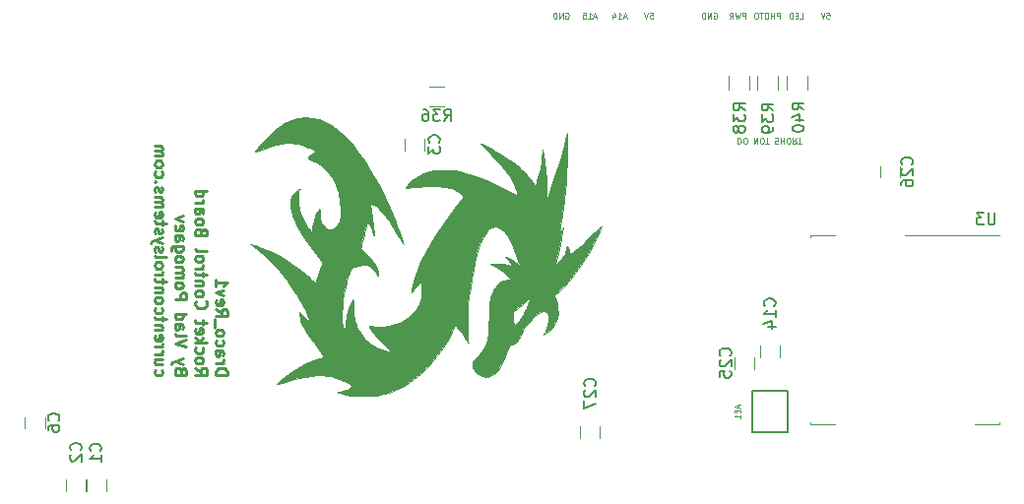
<source format=gbr>
G04 #@! TF.FileFunction,Legend,Bot*
%FSLAX46Y46*%
G04 Gerber Fmt 4.6, Leading zero omitted, Abs format (unit mm)*
G04 Created by KiCad (PCBNEW 4.0.7) date 01/31/18 14:47:41*
%MOMM*%
%LPD*%
G01*
G04 APERTURE LIST*
%ADD10C,0.100000*%
%ADD11C,0.125000*%
%ADD12C,0.250000*%
%ADD13C,0.150000*%
%ADD14C,0.120000*%
%ADD15C,0.010000*%
G04 APERTURE END LIST*
D10*
D11*
X148818553Y-77855000D02*
X148866172Y-77831190D01*
X148937600Y-77831190D01*
X149009029Y-77855000D01*
X149056648Y-77902619D01*
X149080457Y-77950238D01*
X149104267Y-78045476D01*
X149104267Y-78116905D01*
X149080457Y-78212143D01*
X149056648Y-78259762D01*
X149009029Y-78307381D01*
X148937600Y-78331190D01*
X148889981Y-78331190D01*
X148818553Y-78307381D01*
X148794743Y-78283571D01*
X148794743Y-78116905D01*
X148889981Y-78116905D01*
X148580457Y-78331190D02*
X148580457Y-77831190D01*
X148294743Y-78331190D01*
X148294743Y-77831190D01*
X148056647Y-78331190D02*
X148056647Y-77831190D01*
X147937600Y-77831190D01*
X147866171Y-77855000D01*
X147818552Y-77902619D01*
X147794743Y-77950238D01*
X147770933Y-78045476D01*
X147770933Y-78116905D01*
X147794743Y-78212143D01*
X147818552Y-78259762D01*
X147866171Y-78307381D01*
X147937600Y-78331190D01*
X148056647Y-78331190D01*
X151471237Y-78188333D02*
X151233142Y-78188333D01*
X151518856Y-78331190D02*
X151352189Y-77831190D01*
X151185523Y-78331190D01*
X150756952Y-78331190D02*
X151042666Y-78331190D01*
X150899809Y-78331190D02*
X150899809Y-77831190D01*
X150947428Y-77902619D01*
X150995047Y-77950238D01*
X151042666Y-77974048D01*
X150304571Y-77831190D02*
X150542666Y-77831190D01*
X150566476Y-78069286D01*
X150542666Y-78045476D01*
X150495047Y-78021667D01*
X150376000Y-78021667D01*
X150328381Y-78045476D01*
X150304571Y-78069286D01*
X150280762Y-78116905D01*
X150280762Y-78235952D01*
X150304571Y-78283571D01*
X150328381Y-78307381D01*
X150376000Y-78331190D01*
X150495047Y-78331190D01*
X150542666Y-78307381D01*
X150566476Y-78283571D01*
X154036637Y-78188333D02*
X153798542Y-78188333D01*
X154084256Y-78331190D02*
X153917589Y-77831190D01*
X153750923Y-78331190D01*
X153322352Y-78331190D02*
X153608066Y-78331190D01*
X153465209Y-78331190D02*
X153465209Y-77831190D01*
X153512828Y-77902619D01*
X153560447Y-77950238D01*
X153608066Y-77974048D01*
X152893781Y-77997857D02*
X152893781Y-78331190D01*
X153012828Y-77807381D02*
X153131876Y-78164524D01*
X152822352Y-78164524D01*
X156102037Y-77831190D02*
X156340132Y-77831190D01*
X156363942Y-78069286D01*
X156340132Y-78045476D01*
X156292513Y-78021667D01*
X156173466Y-78021667D01*
X156125847Y-78045476D01*
X156102037Y-78069286D01*
X156078228Y-78116905D01*
X156078228Y-78235952D01*
X156102037Y-78283571D01*
X156125847Y-78307381D01*
X156173466Y-78331190D01*
X156292513Y-78331190D01*
X156340132Y-78307381D01*
X156363942Y-78283571D01*
X155935371Y-77831190D02*
X155768704Y-78331190D01*
X155602038Y-77831190D01*
X171265837Y-77831190D02*
X171503932Y-77831190D01*
X171527742Y-78069286D01*
X171503932Y-78045476D01*
X171456313Y-78021667D01*
X171337266Y-78021667D01*
X171289647Y-78045476D01*
X171265837Y-78069286D01*
X171242028Y-78116905D01*
X171242028Y-78235952D01*
X171265837Y-78283571D01*
X171289647Y-78307381D01*
X171337266Y-78331190D01*
X171456313Y-78331190D01*
X171503932Y-78307381D01*
X171527742Y-78283571D01*
X171099171Y-77831190D02*
X170932504Y-78331190D01*
X170765838Y-77831190D01*
X168977428Y-78331190D02*
X169215523Y-78331190D01*
X169215523Y-77831190D01*
X168810761Y-78069286D02*
X168644095Y-78069286D01*
X168572666Y-78331190D02*
X168810761Y-78331190D01*
X168810761Y-77831190D01*
X168572666Y-77831190D01*
X168358380Y-78331190D02*
X168358380Y-77831190D01*
X168239333Y-77831190D01*
X168167904Y-77855000D01*
X168120285Y-77902619D01*
X168096476Y-77950238D01*
X168072666Y-78045476D01*
X168072666Y-78116905D01*
X168096476Y-78212143D01*
X168120285Y-78259762D01*
X168167904Y-78307381D01*
X168239333Y-78331190D01*
X168358380Y-78331190D01*
X167273943Y-78331190D02*
X167273943Y-77831190D01*
X167083467Y-77831190D01*
X167035848Y-77855000D01*
X167012039Y-77878810D01*
X166988229Y-77926429D01*
X166988229Y-77997857D01*
X167012039Y-78045476D01*
X167035848Y-78069286D01*
X167083467Y-78093095D01*
X167273943Y-78093095D01*
X166773943Y-78331190D02*
X166773943Y-77831190D01*
X166773943Y-78069286D02*
X166488229Y-78069286D01*
X166488229Y-78331190D02*
X166488229Y-77831190D01*
X166154895Y-77831190D02*
X166059657Y-77831190D01*
X166012038Y-77855000D01*
X165964419Y-77902619D01*
X165940610Y-77997857D01*
X165940610Y-78164524D01*
X165964419Y-78259762D01*
X166012038Y-78307381D01*
X166059657Y-78331190D01*
X166154895Y-78331190D01*
X166202514Y-78307381D01*
X166250133Y-78259762D01*
X166273943Y-78164524D01*
X166273943Y-77997857D01*
X166250133Y-77902619D01*
X166202514Y-77855000D01*
X166154895Y-77831190D01*
X165797752Y-77831190D02*
X165512038Y-77831190D01*
X165654895Y-78331190D02*
X165654895Y-77831190D01*
X165250133Y-77831190D02*
X165154895Y-77831190D01*
X165107276Y-77855000D01*
X165059657Y-77902619D01*
X165035848Y-77997857D01*
X165035848Y-78164524D01*
X165059657Y-78259762D01*
X165107276Y-78307381D01*
X165154895Y-78331190D01*
X165250133Y-78331190D01*
X165297752Y-78307381D01*
X165345371Y-78259762D01*
X165369181Y-78164524D01*
X165369181Y-77997857D01*
X165345371Y-77902619D01*
X165297752Y-77855000D01*
X165250133Y-77831190D01*
X164293466Y-78331190D02*
X164293466Y-77831190D01*
X164102990Y-77831190D01*
X164055371Y-77855000D01*
X164031562Y-77878810D01*
X164007752Y-77926429D01*
X164007752Y-77997857D01*
X164031562Y-78045476D01*
X164055371Y-78069286D01*
X164102990Y-78093095D01*
X164293466Y-78093095D01*
X163841085Y-77831190D02*
X163722038Y-78331190D01*
X163626800Y-77974048D01*
X163531562Y-78331190D01*
X163412514Y-77831190D01*
X162936323Y-78331190D02*
X163102990Y-78093095D01*
X163222037Y-78331190D02*
X163222037Y-77831190D01*
X163031561Y-77831190D01*
X162983942Y-77855000D01*
X162960133Y-77878810D01*
X162936323Y-77926429D01*
X162936323Y-77997857D01*
X162960133Y-78045476D01*
X162983942Y-78069286D01*
X163031561Y-78093095D01*
X163222037Y-78093095D01*
X161569353Y-77855000D02*
X161616972Y-77831190D01*
X161688400Y-77831190D01*
X161759829Y-77855000D01*
X161807448Y-77902619D01*
X161831257Y-77950238D01*
X161855067Y-78045476D01*
X161855067Y-78116905D01*
X161831257Y-78212143D01*
X161807448Y-78259762D01*
X161759829Y-78307381D01*
X161688400Y-78331190D01*
X161640781Y-78331190D01*
X161569353Y-78307381D01*
X161545543Y-78283571D01*
X161545543Y-78116905D01*
X161640781Y-78116905D01*
X161331257Y-78331190D02*
X161331257Y-77831190D01*
X161045543Y-78331190D01*
X161045543Y-77831190D01*
X160807447Y-78331190D02*
X160807447Y-77831190D01*
X160688400Y-77831190D01*
X160616971Y-77855000D01*
X160569352Y-77902619D01*
X160545543Y-77950238D01*
X160521733Y-78045476D01*
X160521733Y-78116905D01*
X160545543Y-78212143D01*
X160569352Y-78259762D01*
X160616971Y-78307381D01*
X160688400Y-78331190D01*
X160807447Y-78331190D01*
X163628724Y-88597610D02*
X163628724Y-89097610D01*
X163747771Y-89097610D01*
X163819200Y-89073800D01*
X163866819Y-89026181D01*
X163890628Y-88978562D01*
X163914438Y-88883324D01*
X163914438Y-88811895D01*
X163890628Y-88716657D01*
X163866819Y-88669038D01*
X163819200Y-88621419D01*
X163747771Y-88597610D01*
X163628724Y-88597610D01*
X164223962Y-89097610D02*
X164319200Y-89097610D01*
X164366819Y-89073800D01*
X164414438Y-89026181D01*
X164438247Y-88930943D01*
X164438247Y-88764276D01*
X164414438Y-88669038D01*
X164366819Y-88621419D01*
X164319200Y-88597610D01*
X164223962Y-88597610D01*
X164176343Y-88621419D01*
X164128724Y-88669038D01*
X164104914Y-88764276D01*
X164104914Y-88930943D01*
X164128724Y-89026181D01*
X164176343Y-89073800D01*
X164223962Y-89097610D01*
X165033486Y-88597610D02*
X165033486Y-89097610D01*
X165319200Y-88597610D01*
X165319200Y-89097610D01*
X165652534Y-89097610D02*
X165747772Y-89097610D01*
X165795391Y-89073800D01*
X165843010Y-89026181D01*
X165866819Y-88930943D01*
X165866819Y-88764276D01*
X165843010Y-88669038D01*
X165795391Y-88621419D01*
X165747772Y-88597610D01*
X165652534Y-88597610D01*
X165604915Y-88621419D01*
X165557296Y-88669038D01*
X165533486Y-88764276D01*
X165533486Y-88930943D01*
X165557296Y-89026181D01*
X165604915Y-89073800D01*
X165652534Y-89097610D01*
X166009677Y-89097610D02*
X166295391Y-89097610D01*
X166152534Y-88597610D02*
X166152534Y-89097610D01*
X166819200Y-88621419D02*
X166890629Y-88597610D01*
X167009676Y-88597610D01*
X167057295Y-88621419D01*
X167081105Y-88645229D01*
X167104914Y-88692848D01*
X167104914Y-88740467D01*
X167081105Y-88788086D01*
X167057295Y-88811895D01*
X167009676Y-88835705D01*
X166914438Y-88859514D01*
X166866819Y-88883324D01*
X166843010Y-88907133D01*
X166819200Y-88954752D01*
X166819200Y-89002371D01*
X166843010Y-89049990D01*
X166866819Y-89073800D01*
X166914438Y-89097610D01*
X167033486Y-89097610D01*
X167104914Y-89073800D01*
X167319200Y-88597610D02*
X167319200Y-89097610D01*
X167319200Y-88859514D02*
X167604914Y-88859514D01*
X167604914Y-88597610D02*
X167604914Y-89097610D01*
X167938248Y-89097610D02*
X168033486Y-89097610D01*
X168081105Y-89073800D01*
X168128724Y-89026181D01*
X168152533Y-88930943D01*
X168152533Y-88764276D01*
X168128724Y-88669038D01*
X168081105Y-88621419D01*
X168033486Y-88597610D01*
X167938248Y-88597610D01*
X167890629Y-88621419D01*
X167843010Y-88669038D01*
X167819200Y-88764276D01*
X167819200Y-88930943D01*
X167843010Y-89026181D01*
X167890629Y-89073800D01*
X167938248Y-89097610D01*
X168652534Y-88597610D02*
X168485867Y-88835705D01*
X168366820Y-88597610D02*
X168366820Y-89097610D01*
X168557296Y-89097610D01*
X168604915Y-89073800D01*
X168628724Y-89049990D01*
X168652534Y-89002371D01*
X168652534Y-88930943D01*
X168628724Y-88883324D01*
X168604915Y-88859514D01*
X168557296Y-88835705D01*
X168366820Y-88835705D01*
X168795391Y-89097610D02*
X169081105Y-89097610D01*
X168938248Y-88597610D02*
X168938248Y-89097610D01*
D12*
X118733219Y-108956505D02*
X119733219Y-108956505D01*
X119733219Y-108718410D01*
X119685600Y-108575552D01*
X119590362Y-108480314D01*
X119495124Y-108432695D01*
X119304648Y-108385076D01*
X119161790Y-108385076D01*
X118971314Y-108432695D01*
X118876076Y-108480314D01*
X118780838Y-108575552D01*
X118733219Y-108718410D01*
X118733219Y-108956505D01*
X118733219Y-107956505D02*
X119399886Y-107956505D01*
X119209410Y-107956505D02*
X119304648Y-107908886D01*
X119352267Y-107861267D01*
X119399886Y-107766029D01*
X119399886Y-107670790D01*
X118733219Y-106908885D02*
X119257029Y-106908885D01*
X119352267Y-106956504D01*
X119399886Y-107051742D01*
X119399886Y-107242219D01*
X119352267Y-107337457D01*
X118780838Y-106908885D02*
X118733219Y-107004123D01*
X118733219Y-107242219D01*
X118780838Y-107337457D01*
X118876076Y-107385076D01*
X118971314Y-107385076D01*
X119066552Y-107337457D01*
X119114171Y-107242219D01*
X119114171Y-107004123D01*
X119161790Y-106908885D01*
X118780838Y-106004123D02*
X118733219Y-106099361D01*
X118733219Y-106289838D01*
X118780838Y-106385076D01*
X118828457Y-106432695D01*
X118923695Y-106480314D01*
X119209410Y-106480314D01*
X119304648Y-106432695D01*
X119352267Y-106385076D01*
X119399886Y-106289838D01*
X119399886Y-106099361D01*
X119352267Y-106004123D01*
X118733219Y-105432695D02*
X118780838Y-105527933D01*
X118828457Y-105575552D01*
X118923695Y-105623171D01*
X119209410Y-105623171D01*
X119304648Y-105575552D01*
X119352267Y-105527933D01*
X119399886Y-105432695D01*
X119399886Y-105289837D01*
X119352267Y-105194599D01*
X119304648Y-105146980D01*
X119209410Y-105099361D01*
X118923695Y-105099361D01*
X118828457Y-105146980D01*
X118780838Y-105194599D01*
X118733219Y-105289837D01*
X118733219Y-105432695D01*
X118637981Y-104908885D02*
X118637981Y-104146980D01*
X118733219Y-103337456D02*
X119209410Y-103670790D01*
X118733219Y-103908885D02*
X119733219Y-103908885D01*
X119733219Y-103527932D01*
X119685600Y-103432694D01*
X119637981Y-103385075D01*
X119542743Y-103337456D01*
X119399886Y-103337456D01*
X119304648Y-103385075D01*
X119257029Y-103432694D01*
X119209410Y-103527932D01*
X119209410Y-103908885D01*
X118780838Y-102527932D02*
X118733219Y-102623170D01*
X118733219Y-102813647D01*
X118780838Y-102908885D01*
X118876076Y-102956504D01*
X119257029Y-102956504D01*
X119352267Y-102908885D01*
X119399886Y-102813647D01*
X119399886Y-102623170D01*
X119352267Y-102527932D01*
X119257029Y-102480313D01*
X119161790Y-102480313D01*
X119066552Y-102956504D01*
X119399886Y-102146980D02*
X118733219Y-101908885D01*
X119399886Y-101670789D01*
X118733219Y-100766027D02*
X118733219Y-101337456D01*
X118733219Y-101051742D02*
X119733219Y-101051742D01*
X119590362Y-101146980D01*
X119495124Y-101242218D01*
X119447505Y-101337456D01*
X116983219Y-108385076D02*
X117459410Y-108718410D01*
X116983219Y-108956505D02*
X117983219Y-108956505D01*
X117983219Y-108575552D01*
X117935600Y-108480314D01*
X117887981Y-108432695D01*
X117792743Y-108385076D01*
X117649886Y-108385076D01*
X117554648Y-108432695D01*
X117507029Y-108480314D01*
X117459410Y-108575552D01*
X117459410Y-108956505D01*
X116983219Y-107813648D02*
X117030838Y-107908886D01*
X117078457Y-107956505D01*
X117173695Y-108004124D01*
X117459410Y-108004124D01*
X117554648Y-107956505D01*
X117602267Y-107908886D01*
X117649886Y-107813648D01*
X117649886Y-107670790D01*
X117602267Y-107575552D01*
X117554648Y-107527933D01*
X117459410Y-107480314D01*
X117173695Y-107480314D01*
X117078457Y-107527933D01*
X117030838Y-107575552D01*
X116983219Y-107670790D01*
X116983219Y-107813648D01*
X117030838Y-106623171D02*
X116983219Y-106718409D01*
X116983219Y-106908886D01*
X117030838Y-107004124D01*
X117078457Y-107051743D01*
X117173695Y-107099362D01*
X117459410Y-107099362D01*
X117554648Y-107051743D01*
X117602267Y-107004124D01*
X117649886Y-106908886D01*
X117649886Y-106718409D01*
X117602267Y-106623171D01*
X116983219Y-106194600D02*
X117983219Y-106194600D01*
X117364171Y-106099362D02*
X116983219Y-105813647D01*
X117649886Y-105813647D02*
X117268933Y-106194600D01*
X117030838Y-105004123D02*
X116983219Y-105099361D01*
X116983219Y-105289838D01*
X117030838Y-105385076D01*
X117126076Y-105432695D01*
X117507029Y-105432695D01*
X117602267Y-105385076D01*
X117649886Y-105289838D01*
X117649886Y-105099361D01*
X117602267Y-105004123D01*
X117507029Y-104956504D01*
X117411790Y-104956504D01*
X117316552Y-105432695D01*
X117649886Y-104670790D02*
X117649886Y-104289838D01*
X117983219Y-104527933D02*
X117126076Y-104527933D01*
X117030838Y-104480314D01*
X116983219Y-104385076D01*
X116983219Y-104289838D01*
X117078457Y-102623170D02*
X117030838Y-102670789D01*
X116983219Y-102813646D01*
X116983219Y-102908884D01*
X117030838Y-103051742D01*
X117126076Y-103146980D01*
X117221314Y-103194599D01*
X117411790Y-103242218D01*
X117554648Y-103242218D01*
X117745124Y-103194599D01*
X117840362Y-103146980D01*
X117935600Y-103051742D01*
X117983219Y-102908884D01*
X117983219Y-102813646D01*
X117935600Y-102670789D01*
X117887981Y-102623170D01*
X116983219Y-102051742D02*
X117030838Y-102146980D01*
X117078457Y-102194599D01*
X117173695Y-102242218D01*
X117459410Y-102242218D01*
X117554648Y-102194599D01*
X117602267Y-102146980D01*
X117649886Y-102051742D01*
X117649886Y-101908884D01*
X117602267Y-101813646D01*
X117554648Y-101766027D01*
X117459410Y-101718408D01*
X117173695Y-101718408D01*
X117078457Y-101766027D01*
X117030838Y-101813646D01*
X116983219Y-101908884D01*
X116983219Y-102051742D01*
X117649886Y-101289837D02*
X116983219Y-101289837D01*
X117554648Y-101289837D02*
X117602267Y-101242218D01*
X117649886Y-101146980D01*
X117649886Y-101004122D01*
X117602267Y-100908884D01*
X117507029Y-100861265D01*
X116983219Y-100861265D01*
X117649886Y-100527932D02*
X117649886Y-100146980D01*
X117983219Y-100385075D02*
X117126076Y-100385075D01*
X117030838Y-100337456D01*
X116983219Y-100242218D01*
X116983219Y-100146980D01*
X116983219Y-99813646D02*
X117649886Y-99813646D01*
X117459410Y-99813646D02*
X117554648Y-99766027D01*
X117602267Y-99718408D01*
X117649886Y-99623170D01*
X117649886Y-99527931D01*
X116983219Y-99051741D02*
X117030838Y-99146979D01*
X117078457Y-99194598D01*
X117173695Y-99242217D01*
X117459410Y-99242217D01*
X117554648Y-99194598D01*
X117602267Y-99146979D01*
X117649886Y-99051741D01*
X117649886Y-98908883D01*
X117602267Y-98813645D01*
X117554648Y-98766026D01*
X117459410Y-98718407D01*
X117173695Y-98718407D01*
X117078457Y-98766026D01*
X117030838Y-98813645D01*
X116983219Y-98908883D01*
X116983219Y-99051741D01*
X116983219Y-98146979D02*
X117030838Y-98242217D01*
X117126076Y-98289836D01*
X117983219Y-98289836D01*
X117507029Y-96670787D02*
X117459410Y-96527930D01*
X117411790Y-96480311D01*
X117316552Y-96432692D01*
X117173695Y-96432692D01*
X117078457Y-96480311D01*
X117030838Y-96527930D01*
X116983219Y-96623168D01*
X116983219Y-97004121D01*
X117983219Y-97004121D01*
X117983219Y-96670787D01*
X117935600Y-96575549D01*
X117887981Y-96527930D01*
X117792743Y-96480311D01*
X117697505Y-96480311D01*
X117602267Y-96527930D01*
X117554648Y-96575549D01*
X117507029Y-96670787D01*
X117507029Y-97004121D01*
X116983219Y-95861264D02*
X117030838Y-95956502D01*
X117078457Y-96004121D01*
X117173695Y-96051740D01*
X117459410Y-96051740D01*
X117554648Y-96004121D01*
X117602267Y-95956502D01*
X117649886Y-95861264D01*
X117649886Y-95718406D01*
X117602267Y-95623168D01*
X117554648Y-95575549D01*
X117459410Y-95527930D01*
X117173695Y-95527930D01*
X117078457Y-95575549D01*
X117030838Y-95623168D01*
X116983219Y-95718406D01*
X116983219Y-95861264D01*
X116983219Y-94670787D02*
X117507029Y-94670787D01*
X117602267Y-94718406D01*
X117649886Y-94813644D01*
X117649886Y-95004121D01*
X117602267Y-95099359D01*
X117030838Y-94670787D02*
X116983219Y-94766025D01*
X116983219Y-95004121D01*
X117030838Y-95099359D01*
X117126076Y-95146978D01*
X117221314Y-95146978D01*
X117316552Y-95099359D01*
X117364171Y-95004121D01*
X117364171Y-94766025D01*
X117411790Y-94670787D01*
X116983219Y-94194597D02*
X117649886Y-94194597D01*
X117459410Y-94194597D02*
X117554648Y-94146978D01*
X117602267Y-94099359D01*
X117649886Y-94004121D01*
X117649886Y-93908882D01*
X116983219Y-93146977D02*
X117983219Y-93146977D01*
X117030838Y-93146977D02*
X116983219Y-93242215D01*
X116983219Y-93432692D01*
X117030838Y-93527930D01*
X117078457Y-93575549D01*
X117173695Y-93623168D01*
X117459410Y-93623168D01*
X117554648Y-93575549D01*
X117602267Y-93527930D01*
X117649886Y-93432692D01*
X117649886Y-93242215D01*
X117602267Y-93146977D01*
X115757029Y-108623171D02*
X115709410Y-108480314D01*
X115661790Y-108432695D01*
X115566552Y-108385076D01*
X115423695Y-108385076D01*
X115328457Y-108432695D01*
X115280838Y-108480314D01*
X115233219Y-108575552D01*
X115233219Y-108956505D01*
X116233219Y-108956505D01*
X116233219Y-108623171D01*
X116185600Y-108527933D01*
X116137981Y-108480314D01*
X116042743Y-108432695D01*
X115947505Y-108432695D01*
X115852267Y-108480314D01*
X115804648Y-108527933D01*
X115757029Y-108623171D01*
X115757029Y-108956505D01*
X115899886Y-108051743D02*
X115233219Y-107813648D01*
X115899886Y-107575552D02*
X115233219Y-107813648D01*
X114995124Y-107908886D01*
X114947505Y-107956505D01*
X114899886Y-108051743D01*
X116233219Y-106575552D02*
X115233219Y-106242219D01*
X116233219Y-105908885D01*
X115233219Y-105432695D02*
X115280838Y-105527933D01*
X115376076Y-105575552D01*
X116233219Y-105575552D01*
X115233219Y-104623170D02*
X115757029Y-104623170D01*
X115852267Y-104670789D01*
X115899886Y-104766027D01*
X115899886Y-104956504D01*
X115852267Y-105051742D01*
X115280838Y-104623170D02*
X115233219Y-104718408D01*
X115233219Y-104956504D01*
X115280838Y-105051742D01*
X115376076Y-105099361D01*
X115471314Y-105099361D01*
X115566552Y-105051742D01*
X115614171Y-104956504D01*
X115614171Y-104718408D01*
X115661790Y-104623170D01*
X115233219Y-103718408D02*
X116233219Y-103718408D01*
X115280838Y-103718408D02*
X115233219Y-103813646D01*
X115233219Y-104004123D01*
X115280838Y-104099361D01*
X115328457Y-104146980D01*
X115423695Y-104194599D01*
X115709410Y-104194599D01*
X115804648Y-104146980D01*
X115852267Y-104099361D01*
X115899886Y-104004123D01*
X115899886Y-103813646D01*
X115852267Y-103718408D01*
X115233219Y-102480313D02*
X116233219Y-102480313D01*
X116233219Y-102099360D01*
X116185600Y-102004122D01*
X116137981Y-101956503D01*
X116042743Y-101908884D01*
X115899886Y-101908884D01*
X115804648Y-101956503D01*
X115757029Y-102004122D01*
X115709410Y-102099360D01*
X115709410Y-102480313D01*
X115233219Y-101337456D02*
X115280838Y-101432694D01*
X115328457Y-101480313D01*
X115423695Y-101527932D01*
X115709410Y-101527932D01*
X115804648Y-101480313D01*
X115852267Y-101432694D01*
X115899886Y-101337456D01*
X115899886Y-101194598D01*
X115852267Y-101099360D01*
X115804648Y-101051741D01*
X115709410Y-101004122D01*
X115423695Y-101004122D01*
X115328457Y-101051741D01*
X115280838Y-101099360D01*
X115233219Y-101194598D01*
X115233219Y-101337456D01*
X115233219Y-100575551D02*
X115899886Y-100575551D01*
X115804648Y-100575551D02*
X115852267Y-100527932D01*
X115899886Y-100432694D01*
X115899886Y-100289836D01*
X115852267Y-100194598D01*
X115757029Y-100146979D01*
X115233219Y-100146979D01*
X115757029Y-100146979D02*
X115852267Y-100099360D01*
X115899886Y-100004122D01*
X115899886Y-99861265D01*
X115852267Y-99766027D01*
X115757029Y-99718408D01*
X115233219Y-99718408D01*
X115233219Y-99099361D02*
X115280838Y-99194599D01*
X115328457Y-99242218D01*
X115423695Y-99289837D01*
X115709410Y-99289837D01*
X115804648Y-99242218D01*
X115852267Y-99194599D01*
X115899886Y-99099361D01*
X115899886Y-98956503D01*
X115852267Y-98861265D01*
X115804648Y-98813646D01*
X115709410Y-98766027D01*
X115423695Y-98766027D01*
X115328457Y-98813646D01*
X115280838Y-98861265D01*
X115233219Y-98956503D01*
X115233219Y-99099361D01*
X115899886Y-97908884D02*
X115090362Y-97908884D01*
X114995124Y-97956503D01*
X114947505Y-98004122D01*
X114899886Y-98099361D01*
X114899886Y-98242218D01*
X114947505Y-98337456D01*
X115280838Y-97908884D02*
X115233219Y-98004122D01*
X115233219Y-98194599D01*
X115280838Y-98289837D01*
X115328457Y-98337456D01*
X115423695Y-98385075D01*
X115709410Y-98385075D01*
X115804648Y-98337456D01*
X115852267Y-98289837D01*
X115899886Y-98194599D01*
X115899886Y-98004122D01*
X115852267Y-97908884D01*
X115233219Y-97004122D02*
X115757029Y-97004122D01*
X115852267Y-97051741D01*
X115899886Y-97146979D01*
X115899886Y-97337456D01*
X115852267Y-97432694D01*
X115280838Y-97004122D02*
X115233219Y-97099360D01*
X115233219Y-97337456D01*
X115280838Y-97432694D01*
X115376076Y-97480313D01*
X115471314Y-97480313D01*
X115566552Y-97432694D01*
X115614171Y-97337456D01*
X115614171Y-97099360D01*
X115661790Y-97004122D01*
X115280838Y-96146979D02*
X115233219Y-96242217D01*
X115233219Y-96432694D01*
X115280838Y-96527932D01*
X115376076Y-96575551D01*
X115757029Y-96575551D01*
X115852267Y-96527932D01*
X115899886Y-96432694D01*
X115899886Y-96242217D01*
X115852267Y-96146979D01*
X115757029Y-96099360D01*
X115661790Y-96099360D01*
X115566552Y-96575551D01*
X115899886Y-95766027D02*
X115233219Y-95527932D01*
X115899886Y-95289836D01*
X113530838Y-108527933D02*
X113483219Y-108623171D01*
X113483219Y-108813648D01*
X113530838Y-108908886D01*
X113578457Y-108956505D01*
X113673695Y-109004124D01*
X113959410Y-109004124D01*
X114054648Y-108956505D01*
X114102267Y-108908886D01*
X114149886Y-108813648D01*
X114149886Y-108623171D01*
X114102267Y-108527933D01*
X114149886Y-107670790D02*
X113483219Y-107670790D01*
X114149886Y-108099362D02*
X113626076Y-108099362D01*
X113530838Y-108051743D01*
X113483219Y-107956505D01*
X113483219Y-107813647D01*
X113530838Y-107718409D01*
X113578457Y-107670790D01*
X113483219Y-107194600D02*
X114149886Y-107194600D01*
X113959410Y-107194600D02*
X114054648Y-107146981D01*
X114102267Y-107099362D01*
X114149886Y-107004124D01*
X114149886Y-106908885D01*
X113483219Y-106575552D02*
X114149886Y-106575552D01*
X113959410Y-106575552D02*
X114054648Y-106527933D01*
X114102267Y-106480314D01*
X114149886Y-106385076D01*
X114149886Y-106289837D01*
X113530838Y-105575551D02*
X113483219Y-105670789D01*
X113483219Y-105861266D01*
X113530838Y-105956504D01*
X113626076Y-106004123D01*
X114007029Y-106004123D01*
X114102267Y-105956504D01*
X114149886Y-105861266D01*
X114149886Y-105670789D01*
X114102267Y-105575551D01*
X114007029Y-105527932D01*
X113911790Y-105527932D01*
X113816552Y-106004123D01*
X114149886Y-105099361D02*
X113483219Y-105099361D01*
X114054648Y-105099361D02*
X114102267Y-105051742D01*
X114149886Y-104956504D01*
X114149886Y-104813646D01*
X114102267Y-104718408D01*
X114007029Y-104670789D01*
X113483219Y-104670789D01*
X114149886Y-104337456D02*
X114149886Y-103956504D01*
X114483219Y-104194599D02*
X113626076Y-104194599D01*
X113530838Y-104146980D01*
X113483219Y-104051742D01*
X113483219Y-103956504D01*
X113530838Y-103194598D02*
X113483219Y-103289836D01*
X113483219Y-103480313D01*
X113530838Y-103575551D01*
X113578457Y-103623170D01*
X113673695Y-103670789D01*
X113959410Y-103670789D01*
X114054648Y-103623170D01*
X114102267Y-103575551D01*
X114149886Y-103480313D01*
X114149886Y-103289836D01*
X114102267Y-103194598D01*
X113483219Y-102623170D02*
X113530838Y-102718408D01*
X113578457Y-102766027D01*
X113673695Y-102813646D01*
X113959410Y-102813646D01*
X114054648Y-102766027D01*
X114102267Y-102718408D01*
X114149886Y-102623170D01*
X114149886Y-102480312D01*
X114102267Y-102385074D01*
X114054648Y-102337455D01*
X113959410Y-102289836D01*
X113673695Y-102289836D01*
X113578457Y-102337455D01*
X113530838Y-102385074D01*
X113483219Y-102480312D01*
X113483219Y-102623170D01*
X114149886Y-101861265D02*
X113483219Y-101861265D01*
X114054648Y-101861265D02*
X114102267Y-101813646D01*
X114149886Y-101718408D01*
X114149886Y-101575550D01*
X114102267Y-101480312D01*
X114007029Y-101432693D01*
X113483219Y-101432693D01*
X114149886Y-101099360D02*
X114149886Y-100718408D01*
X114483219Y-100956503D02*
X113626076Y-100956503D01*
X113530838Y-100908884D01*
X113483219Y-100813646D01*
X113483219Y-100718408D01*
X113483219Y-100385074D02*
X114149886Y-100385074D01*
X113959410Y-100385074D02*
X114054648Y-100337455D01*
X114102267Y-100289836D01*
X114149886Y-100194598D01*
X114149886Y-100099359D01*
X113483219Y-99623169D02*
X113530838Y-99718407D01*
X113578457Y-99766026D01*
X113673695Y-99813645D01*
X113959410Y-99813645D01*
X114054648Y-99766026D01*
X114102267Y-99718407D01*
X114149886Y-99623169D01*
X114149886Y-99480311D01*
X114102267Y-99385073D01*
X114054648Y-99337454D01*
X113959410Y-99289835D01*
X113673695Y-99289835D01*
X113578457Y-99337454D01*
X113530838Y-99385073D01*
X113483219Y-99480311D01*
X113483219Y-99623169D01*
X113483219Y-98718407D02*
X113530838Y-98813645D01*
X113626076Y-98861264D01*
X114483219Y-98861264D01*
X113530838Y-98385073D02*
X113483219Y-98289835D01*
X113483219Y-98099359D01*
X113530838Y-98004120D01*
X113626076Y-97956501D01*
X113673695Y-97956501D01*
X113768933Y-98004120D01*
X113816552Y-98099359D01*
X113816552Y-98242216D01*
X113864171Y-98337454D01*
X113959410Y-98385073D01*
X114007029Y-98385073D01*
X114102267Y-98337454D01*
X114149886Y-98242216D01*
X114149886Y-98099359D01*
X114102267Y-98004120D01*
X114149886Y-97623168D02*
X113483219Y-97385073D01*
X114149886Y-97146977D02*
X113483219Y-97385073D01*
X113245124Y-97480311D01*
X113197505Y-97527930D01*
X113149886Y-97623168D01*
X113530838Y-96813644D02*
X113483219Y-96718406D01*
X113483219Y-96527930D01*
X113530838Y-96432691D01*
X113626076Y-96385072D01*
X113673695Y-96385072D01*
X113768933Y-96432691D01*
X113816552Y-96527930D01*
X113816552Y-96670787D01*
X113864171Y-96766025D01*
X113959410Y-96813644D01*
X114007029Y-96813644D01*
X114102267Y-96766025D01*
X114149886Y-96670787D01*
X114149886Y-96527930D01*
X114102267Y-96432691D01*
X114149886Y-96099358D02*
X114149886Y-95718406D01*
X114483219Y-95956501D02*
X113626076Y-95956501D01*
X113530838Y-95908882D01*
X113483219Y-95813644D01*
X113483219Y-95718406D01*
X113530838Y-95004119D02*
X113483219Y-95099357D01*
X113483219Y-95289834D01*
X113530838Y-95385072D01*
X113626076Y-95432691D01*
X114007029Y-95432691D01*
X114102267Y-95385072D01*
X114149886Y-95289834D01*
X114149886Y-95099357D01*
X114102267Y-95004119D01*
X114007029Y-94956500D01*
X113911790Y-94956500D01*
X113816552Y-95432691D01*
X113483219Y-94527929D02*
X114149886Y-94527929D01*
X114054648Y-94527929D02*
X114102267Y-94480310D01*
X114149886Y-94385072D01*
X114149886Y-94242214D01*
X114102267Y-94146976D01*
X114007029Y-94099357D01*
X113483219Y-94099357D01*
X114007029Y-94099357D02*
X114102267Y-94051738D01*
X114149886Y-93956500D01*
X114149886Y-93813643D01*
X114102267Y-93718405D01*
X114007029Y-93670786D01*
X113483219Y-93670786D01*
X113530838Y-93242215D02*
X113483219Y-93146977D01*
X113483219Y-92956501D01*
X113530838Y-92861262D01*
X113626076Y-92813643D01*
X113673695Y-92813643D01*
X113768933Y-92861262D01*
X113816552Y-92956501D01*
X113816552Y-93099358D01*
X113864171Y-93194596D01*
X113959410Y-93242215D01*
X114007029Y-93242215D01*
X114102267Y-93194596D01*
X114149886Y-93099358D01*
X114149886Y-92956501D01*
X114102267Y-92861262D01*
X113578457Y-92385072D02*
X113530838Y-92337453D01*
X113483219Y-92385072D01*
X113530838Y-92432691D01*
X113578457Y-92385072D01*
X113483219Y-92385072D01*
X113530838Y-91480310D02*
X113483219Y-91575548D01*
X113483219Y-91766025D01*
X113530838Y-91861263D01*
X113578457Y-91908882D01*
X113673695Y-91956501D01*
X113959410Y-91956501D01*
X114054648Y-91908882D01*
X114102267Y-91861263D01*
X114149886Y-91766025D01*
X114149886Y-91575548D01*
X114102267Y-91480310D01*
X113483219Y-90908882D02*
X113530838Y-91004120D01*
X113578457Y-91051739D01*
X113673695Y-91099358D01*
X113959410Y-91099358D01*
X114054648Y-91051739D01*
X114102267Y-91004120D01*
X114149886Y-90908882D01*
X114149886Y-90766024D01*
X114102267Y-90670786D01*
X114054648Y-90623167D01*
X113959410Y-90575548D01*
X113673695Y-90575548D01*
X113578457Y-90623167D01*
X113530838Y-90670786D01*
X113483219Y-90766024D01*
X113483219Y-90908882D01*
X113483219Y-90146977D02*
X114149886Y-90146977D01*
X114054648Y-90146977D02*
X114102267Y-90099358D01*
X114149886Y-90004120D01*
X114149886Y-89861262D01*
X114102267Y-89766024D01*
X114007029Y-89718405D01*
X113483219Y-89718405D01*
X114007029Y-89718405D02*
X114102267Y-89670786D01*
X114149886Y-89575548D01*
X114149886Y-89432691D01*
X114102267Y-89337453D01*
X114007029Y-89289834D01*
X113483219Y-89289834D01*
D13*
X164895400Y-113865600D02*
X164895400Y-110365600D01*
X164895400Y-110365600D02*
X167895400Y-110365600D01*
X167895400Y-110365600D02*
X167895400Y-113865600D01*
X167895400Y-113865600D02*
X164895400Y-113865600D01*
D14*
X107608000Y-118965600D02*
X107608000Y-117965600D01*
X109308000Y-117965600D02*
X109308000Y-118965600D01*
X105855400Y-118991000D02*
X105855400Y-117991000D01*
X107555400Y-117991000D02*
X107555400Y-118991000D01*
X136663800Y-88654000D02*
X136663800Y-89654000D01*
X134963800Y-89654000D02*
X134963800Y-88654000D01*
X104050200Y-112606200D02*
X104050200Y-113606200D01*
X102350200Y-113606200D02*
X102350200Y-112606200D01*
X165545400Y-107434000D02*
X165545400Y-106434000D01*
X167245400Y-106434000D02*
X167245400Y-107434000D01*
X163335600Y-108475400D02*
X163335600Y-107475400D01*
X165035600Y-107475400D02*
X165035600Y-108475400D01*
X177583200Y-91016200D02*
X177583200Y-92016200D01*
X175883200Y-92016200D02*
X175883200Y-91016200D01*
X150026000Y-114393600D02*
X150026000Y-113393600D01*
X151726000Y-113393600D02*
X151726000Y-114393600D01*
D10*
X186097800Y-96985200D02*
X177977800Y-96985200D01*
X171977800Y-113225200D02*
X169857800Y-113225200D01*
X169857800Y-113225200D02*
X169857800Y-113055200D01*
X186097800Y-113225200D02*
X183977800Y-113225200D01*
X186097800Y-113225200D02*
X186097800Y-113055200D01*
X171977800Y-96985200D02*
X169857800Y-96985200D01*
X169857800Y-96985200D02*
X169857800Y-97155200D01*
D14*
X138344200Y-84159200D02*
X137144200Y-84159200D01*
X137144200Y-85919200D02*
X138344200Y-85919200D01*
X162848400Y-83245400D02*
X162848400Y-84445400D01*
X164608400Y-84445400D02*
X164608400Y-83245400D01*
X165337600Y-83245400D02*
X165337600Y-84445400D01*
X167097600Y-84445400D02*
X167097600Y-83245400D01*
X167877600Y-83245400D02*
X167877600Y-84445400D01*
X169637600Y-84445400D02*
X169637600Y-83245400D01*
D15*
G36*
X151857990Y-96223467D02*
X151763843Y-96305765D01*
X151621387Y-96437951D01*
X151442450Y-96609110D01*
X151295100Y-96752869D01*
X150855343Y-97180544D01*
X150459772Y-97555667D01*
X150112341Y-97874795D01*
X149817001Y-98134483D01*
X149577707Y-98331287D01*
X149398411Y-98461762D01*
X149283065Y-98522466D01*
X149259452Y-98526600D01*
X149208097Y-98482939D01*
X149171484Y-98386900D01*
X149131197Y-98246090D01*
X149071079Y-98080870D01*
X149060223Y-98054531D01*
X148979014Y-97861862D01*
X148897892Y-98184119D01*
X148749667Y-98579619D01*
X148518020Y-98948327D01*
X148246845Y-99238591D01*
X148088500Y-99370363D01*
X147994225Y-99428093D01*
X147959182Y-99412399D01*
X147978531Y-99323900D01*
X147999607Y-99270188D01*
X148054587Y-99108469D01*
X148121868Y-98861794D01*
X148197987Y-98545577D01*
X148279482Y-98175233D01*
X148362891Y-97766176D01*
X148444751Y-97333820D01*
X148484131Y-97113077D01*
X148628942Y-96283753D01*
X148483001Y-96423573D01*
X148385546Y-96505576D01*
X148320335Y-96539685D01*
X148311061Y-96537394D01*
X148310522Y-96479410D01*
X148332406Y-96348962D01*
X148372210Y-96171556D01*
X148383793Y-96125359D01*
X148480249Y-95688238D01*
X148570277Y-95161814D01*
X148652892Y-94558237D01*
X148727108Y-93889658D01*
X148791940Y-93168227D01*
X148846401Y-92406094D01*
X148889506Y-91615411D01*
X148920270Y-90808327D01*
X148937705Y-89996994D01*
X148941121Y-89255600D01*
X148936872Y-88188800D01*
X148819873Y-88722200D01*
X148696893Y-89238012D01*
X148537138Y-89834565D01*
X148344260Y-90499389D01*
X148121910Y-91220014D01*
X147873740Y-91983971D01*
X147800778Y-92202000D01*
X147643314Y-92668665D01*
X147514683Y-93047396D01*
X147411809Y-93346721D01*
X147331611Y-93575165D01*
X147271013Y-93741253D01*
X147226936Y-93853511D01*
X147196303Y-93920465D01*
X147176034Y-93950641D01*
X147168001Y-93954652D01*
X147160898Y-93906466D01*
X147156372Y-93772202D01*
X147154549Y-93567354D01*
X147155554Y-93307414D01*
X147159513Y-93007876D01*
X147160069Y-92976752D01*
X147157256Y-92146360D01*
X147118628Y-91363282D01*
X147045397Y-90644970D01*
X146961978Y-90124840D01*
X146919673Y-89911872D01*
X146882712Y-89739610D01*
X146856013Y-89630235D01*
X146846325Y-89603192D01*
X146836597Y-89642839D01*
X146824361Y-89765046D01*
X146811180Y-89950854D01*
X146798620Y-90181306D01*
X146798598Y-90181752D01*
X146775673Y-90491191D01*
X146737382Y-90832613D01*
X146690050Y-91154088D01*
X146661332Y-91309065D01*
X146604700Y-91552706D01*
X146533258Y-91813374D01*
X146453889Y-92070713D01*
X146373473Y-92304365D01*
X146298891Y-92493972D01*
X146237025Y-92619177D01*
X146205637Y-92657200D01*
X146161018Y-92630131D01*
X146082171Y-92535107D01*
X145985599Y-92392201D01*
X145978881Y-92381376D01*
X145805167Y-92135428D01*
X145569198Y-91852078D01*
X145291347Y-91553045D01*
X144991986Y-91260046D01*
X144691487Y-90994800D01*
X144634550Y-90948208D01*
X144247444Y-90654200D01*
X143797270Y-90342524D01*
X143310884Y-90029766D01*
X142815143Y-89732512D01*
X142336905Y-89467352D01*
X141903024Y-89250870D01*
X141839058Y-89221654D01*
X141514315Y-89075551D01*
X142270858Y-89854181D01*
X142805459Y-90419108D01*
X143261847Y-90933926D01*
X143645675Y-91405879D01*
X143962593Y-91842208D01*
X144218253Y-92250158D01*
X144381724Y-92559399D01*
X144481000Y-92791099D01*
X144557979Y-93021666D01*
X144607998Y-93230096D01*
X144626393Y-93395389D01*
X144608502Y-93496540D01*
X144593361Y-93512565D01*
X144533292Y-93499887D01*
X144406483Y-93443308D01*
X144232612Y-93352355D01*
X144066399Y-93257434D01*
X143721753Y-93063395D01*
X143314732Y-92850073D01*
X142871898Y-92630145D01*
X142419814Y-92416292D01*
X141985042Y-92221191D01*
X141594146Y-92057521D01*
X141381881Y-91976078D01*
X140829588Y-91790369D01*
X140263149Y-91629127D01*
X139716333Y-91501108D01*
X139222905Y-91415065D01*
X139212721Y-91413685D01*
X138909057Y-91385455D01*
X138556461Y-91372824D01*
X138182025Y-91374868D01*
X137812843Y-91390667D01*
X137476007Y-91419298D01*
X137198610Y-91459838D01*
X137083800Y-91486155D01*
X136627824Y-91646913D01*
X136181883Y-91869121D01*
X135770915Y-92137196D01*
X135419857Y-92435553D01*
X135231013Y-92644090D01*
X135127983Y-92777392D01*
X135058670Y-92874657D01*
X135038289Y-92914007D01*
X135090872Y-92911013D01*
X135220510Y-92893891D01*
X135404148Y-92865837D01*
X135509000Y-92848713D01*
X135801344Y-92813336D01*
X136194081Y-92787856D01*
X136686484Y-92772309D01*
X137134600Y-92767122D01*
X137606463Y-92768095D01*
X137993360Y-92777326D01*
X138311747Y-92797078D01*
X138578081Y-92829613D01*
X138808818Y-92877192D01*
X139020415Y-92942079D01*
X139229329Y-93026534D01*
X139317755Y-93067212D01*
X139507460Y-93172863D01*
X139691901Y-93302461D01*
X139850192Y-93438062D01*
X139961444Y-93561722D01*
X140004768Y-93655495D01*
X140004800Y-93657438D01*
X139974400Y-93722240D01*
X139890979Y-93848881D01*
X139766204Y-94020854D01*
X139611745Y-94221655D01*
X139559316Y-94287604D01*
X138881288Y-95162753D01*
X138256988Y-96027407D01*
X137689820Y-96875396D01*
X137183187Y-97700550D01*
X136740493Y-98496702D01*
X136365141Y-99257682D01*
X136060535Y-99977321D01*
X135830078Y-100649450D01*
X135677175Y-101267899D01*
X135661739Y-101352206D01*
X135617776Y-101616617D01*
X135595341Y-101788489D01*
X135594884Y-101874676D01*
X135616855Y-101882029D01*
X135661705Y-101817400D01*
X135689042Y-101767473D01*
X135769256Y-101641352D01*
X135883970Y-101492172D01*
X136016187Y-101338215D01*
X136148913Y-101197764D01*
X136265150Y-101089102D01*
X136347902Y-101030513D01*
X136376141Y-101028364D01*
X136401639Y-101103128D01*
X136421057Y-101255636D01*
X136433994Y-101462190D01*
X136440045Y-101699093D01*
X136438808Y-101942647D01*
X136429882Y-102169155D01*
X136412861Y-102354918D01*
X136399975Y-102430812D01*
X136246792Y-102899265D01*
X136002691Y-103337632D01*
X135676460Y-103735351D01*
X135276889Y-104081862D01*
X134812765Y-104366603D01*
X134772400Y-104386745D01*
X134211703Y-104620770D01*
X133645734Y-104778541D01*
X133091786Y-104856811D01*
X132567150Y-104852330D01*
X132402351Y-104831975D01*
X132209418Y-104799319D01*
X132048007Y-104767127D01*
X131952035Y-104742185D01*
X131950214Y-104741502D01*
X131908168Y-104736997D01*
X131911099Y-104782139D01*
X131962472Y-104891951D01*
X132001972Y-104965832D01*
X132135016Y-105173203D01*
X132329356Y-105426857D01*
X132568337Y-105707916D01*
X132835305Y-105997500D01*
X133113605Y-106276729D01*
X133353316Y-106497714D01*
X133526575Y-106652297D01*
X133669430Y-106784169D01*
X133765648Y-106878056D01*
X133798734Y-106916814D01*
X133776430Y-106953586D01*
X133676211Y-106956053D01*
X133514147Y-106928504D01*
X133306307Y-106875228D01*
X133068759Y-106800515D01*
X132817574Y-106708655D01*
X132568820Y-106603935D01*
X132490899Y-106567715D01*
X132006330Y-106281399D01*
X131583207Y-105916638D01*
X131226085Y-105479164D01*
X130939517Y-104974710D01*
X130728057Y-104409007D01*
X130702318Y-104316289D01*
X130652508Y-104106789D01*
X130618689Y-103902098D01*
X130597990Y-103673608D01*
X130587543Y-103392707D01*
X130584769Y-103144054D01*
X130582177Y-102839827D01*
X130574779Y-102632734D01*
X130558315Y-102518306D01*
X130528524Y-102492078D01*
X130481148Y-102549584D01*
X130411925Y-102686358D01*
X130327208Y-102874024D01*
X130113879Y-103447291D01*
X129970362Y-104038430D01*
X129909305Y-104542371D01*
X129879871Y-105046341D01*
X129763991Y-104911623D01*
X129694833Y-104807968D01*
X129644912Y-104672205D01*
X129612643Y-104490549D01*
X129596444Y-104249212D01*
X129594730Y-103934408D01*
X129605825Y-103534789D01*
X129638544Y-103024606D01*
X129696818Y-102491731D01*
X129776806Y-101955905D01*
X129874667Y-101436871D01*
X129986560Y-100954370D01*
X130108643Y-100528144D01*
X130237077Y-100177935D01*
X130275673Y-100091909D01*
X130370540Y-99914782D01*
X130467486Y-99801188D01*
X130597750Y-99717333D01*
X130641796Y-99695824D01*
X131035278Y-99554150D01*
X131405219Y-99506914D01*
X131745318Y-99552283D01*
X132049278Y-99688421D01*
X132310799Y-99913496D01*
X132523581Y-100225674D01*
X132534517Y-100246851D01*
X132613824Y-100399264D01*
X132660927Y-100471138D01*
X132688712Y-100472979D01*
X132710068Y-100415293D01*
X132715505Y-100394397D01*
X132725355Y-100164709D01*
X132653743Y-99890548D01*
X132505637Y-99580851D01*
X132286004Y-99244557D01*
X131999810Y-98890606D01*
X131709854Y-98584452D01*
X131537366Y-98415456D01*
X131388525Y-98272540D01*
X131279609Y-98171145D01*
X131227682Y-98127173D01*
X131213465Y-98059901D01*
X131243440Y-97906863D01*
X131299060Y-97724881D01*
X131360824Y-97519598D01*
X131431192Y-97252643D01*
X131500466Y-96962282D01*
X131547138Y-96745961D01*
X131613471Y-96434896D01*
X131669373Y-96211514D01*
X131719649Y-96063043D01*
X131769102Y-95976713D01*
X131822535Y-95939756D01*
X131851883Y-95935800D01*
X131923052Y-95972530D01*
X131999284Y-96087332D01*
X132083959Y-96287123D01*
X132180457Y-96578823D01*
X132203491Y-96655619D01*
X132262684Y-96851125D01*
X132299963Y-96957450D01*
X132320399Y-96983359D01*
X132329067Y-96937623D01*
X132330773Y-96875600D01*
X132324807Y-96637577D01*
X132304427Y-96340635D01*
X132272397Y-96005744D01*
X132231481Y-95653869D01*
X132184442Y-95305980D01*
X132134046Y-94983042D01*
X132083054Y-94706025D01*
X132034233Y-94495894D01*
X132005188Y-94405656D01*
X132006086Y-94324238D01*
X132086526Y-94293759D01*
X132236927Y-94316376D01*
X132306233Y-94337889D01*
X132503514Y-94444572D01*
X132736489Y-94638352D01*
X133000241Y-94913195D01*
X133289851Y-95263067D01*
X133600404Y-95681934D01*
X133926983Y-96163763D01*
X134264669Y-96702519D01*
X134351903Y-96848181D01*
X134505602Y-97106654D01*
X134643911Y-97338293D01*
X134757470Y-97527497D01*
X134836917Y-97658664D01*
X134871251Y-97713800D01*
X134878812Y-97705763D01*
X134855025Y-97616234D01*
X134804650Y-97458689D01*
X134732446Y-97246603D01*
X134643174Y-96993452D01*
X134541593Y-96712712D01*
X134432463Y-96417857D01*
X134320544Y-96122364D01*
X134210596Y-95839708D01*
X134198360Y-95808800D01*
X133707444Y-94629384D01*
X133198686Y-93519540D01*
X132674431Y-92482825D01*
X132137022Y-91522798D01*
X131588805Y-90643016D01*
X131032121Y-89847038D01*
X130469317Y-89138419D01*
X129902736Y-88520720D01*
X129334722Y-87997496D01*
X128774450Y-87576840D01*
X128192980Y-87241672D01*
X127609921Y-87007936D01*
X127025720Y-86875485D01*
X126440824Y-86844172D01*
X125855681Y-86913850D01*
X125270737Y-87084371D01*
X124686439Y-87355589D01*
X124103235Y-87727355D01*
X123521571Y-88199523D01*
X122941894Y-88771945D01*
X122364652Y-89444475D01*
X122112157Y-89771257D01*
X122140435Y-89775601D01*
X122247935Y-89747836D01*
X122419203Y-89692721D01*
X122638787Y-89615016D01*
X122733417Y-89579903D01*
X123352427Y-89361951D01*
X123900823Y-89201179D01*
X124390483Y-89095459D01*
X124833285Y-89042662D01*
X125241108Y-89040658D01*
X125552519Y-89074574D01*
X125845504Y-89133992D01*
X126160191Y-89218323D01*
X126475903Y-89319886D01*
X126771962Y-89430998D01*
X127027693Y-89543981D01*
X127222418Y-89651151D01*
X127325779Y-89733314D01*
X127369266Y-89792480D01*
X127351288Y-89830905D01*
X127255978Y-89868492D01*
X127205802Y-89883819D01*
X127061783Y-89945468D01*
X126920172Y-90036178D01*
X126795399Y-90140800D01*
X126701897Y-90244182D01*
X126654095Y-90331177D01*
X126666427Y-90386633D01*
X126715437Y-90398600D01*
X126822217Y-90425624D01*
X126990362Y-90498443D01*
X127197940Y-90604682D01*
X127423017Y-90731962D01*
X127643662Y-90867908D01*
X127837942Y-91000142D01*
X127978402Y-91111313D01*
X128410273Y-91564248D01*
X128776238Y-92088200D01*
X129072467Y-92673755D01*
X129295130Y-93311498D01*
X129440395Y-93992015D01*
X129504433Y-94705891D01*
X129507251Y-94869000D01*
X129506402Y-95129169D01*
X129498339Y-95315483D01*
X129478613Y-95455654D01*
X129442776Y-95577390D01*
X129386380Y-95708401D01*
X129365440Y-95752302D01*
X129223605Y-95997460D01*
X129056917Y-96208797D01*
X128883963Y-96366600D01*
X128723325Y-96451155D01*
X128701803Y-96456233D01*
X128461359Y-96452815D01*
X128231916Y-96352200D01*
X128019808Y-96158683D01*
X127831365Y-95876562D01*
X127822359Y-95859600D01*
X127756023Y-95719243D01*
X127715666Y-95585993D01*
X127695022Y-95426429D01*
X127687826Y-95207127D01*
X127687396Y-95139668D01*
X127685150Y-94922369D01*
X127678027Y-94791023D01*
X127662720Y-94729993D01*
X127635921Y-94723644D01*
X127604366Y-94747085D01*
X127486590Y-94896770D01*
X127368085Y-95122749D01*
X127257231Y-95400126D01*
X127162408Y-95704003D01*
X127091995Y-96009485D01*
X127054372Y-96291675D01*
X127050379Y-96393000D01*
X127042228Y-96571760D01*
X127015384Y-96664531D01*
X126962960Y-96670512D01*
X126878073Y-96588901D01*
X126753837Y-96418895D01*
X126709706Y-96353306D01*
X126385762Y-95809651D01*
X126133384Y-95264619D01*
X125954874Y-94728485D01*
X125852538Y-94211523D01*
X125828679Y-93724008D01*
X125885600Y-93276214D01*
X125962770Y-93022253D01*
X125979750Y-92962548D01*
X125949237Y-92957793D01*
X125850567Y-93004993D01*
X125849071Y-93005766D01*
X125679956Y-93125123D01*
X125502164Y-93300456D01*
X125344999Y-93498131D01*
X125237769Y-93684513D01*
X125222292Y-93725116D01*
X125181328Y-93943206D01*
X125172524Y-94226816D01*
X125193421Y-94545949D01*
X125241560Y-94870605D01*
X125314484Y-95170785D01*
X125349351Y-95275400D01*
X125602252Y-95872904D01*
X125936932Y-96511693D01*
X126347299Y-97182042D01*
X126827265Y-97874227D01*
X127370742Y-98578523D01*
X127566115Y-98815677D01*
X127709338Y-98992653D01*
X127823983Y-99145498D01*
X127896270Y-99255137D01*
X127914400Y-99297775D01*
X127898910Y-99361503D01*
X127856705Y-99501307D01*
X127794186Y-99698039D01*
X127717753Y-99932549D01*
X127633805Y-100185691D01*
X127548743Y-100438314D01*
X127468966Y-100671272D01*
X127400875Y-100865414D01*
X127350870Y-101001594D01*
X127325350Y-101060663D01*
X127325080Y-101060987D01*
X127283956Y-101035740D01*
X127184442Y-100952492D01*
X127041092Y-100823967D01*
X126868457Y-100662889D01*
X126853121Y-100648316D01*
X126104559Y-99999533D01*
X125275290Y-99398015D01*
X124378145Y-98851359D01*
X123425951Y-98367161D01*
X122431540Y-97953018D01*
X122101924Y-97834951D01*
X121929827Y-97778173D01*
X121800187Y-97739995D01*
X121737948Y-97727682D01*
X121736073Y-97728395D01*
X121768289Y-97762572D01*
X121866637Y-97844727D01*
X122015627Y-97962334D01*
X122189149Y-98094869D01*
X122456770Y-98311201D01*
X122770308Y-98588733D01*
X123111837Y-98909630D01*
X123463430Y-99256056D01*
X123807161Y-99610177D01*
X124125104Y-99954156D01*
X124399333Y-100270157D01*
X124500794Y-100394816D01*
X124793732Y-100780057D01*
X125109729Y-101223604D01*
X125429908Y-101697027D01*
X125735395Y-102171896D01*
X126007315Y-102619781D01*
X126177826Y-102920800D01*
X126341400Y-103228587D01*
X126491620Y-103524628D01*
X126622236Y-103795277D01*
X126726999Y-104026889D01*
X126799658Y-104205817D01*
X126833964Y-104318416D01*
X126832380Y-104349954D01*
X126766094Y-104349893D01*
X126650832Y-104287259D01*
X126503795Y-104176574D01*
X126342180Y-104032359D01*
X126183186Y-103869136D01*
X126044013Y-103701427D01*
X126012164Y-103657400D01*
X125963859Y-103592042D01*
X125940690Y-103583607D01*
X125938466Y-103645803D01*
X125952996Y-103792334D01*
X125957794Y-103835200D01*
X125993890Y-104067603D01*
X126052785Y-104299674D01*
X126139863Y-104541249D01*
X126260508Y-104802164D01*
X126420104Y-105092255D01*
X126624036Y-105421359D01*
X126877688Y-105799312D01*
X127186445Y-106235949D01*
X127527848Y-106703428D01*
X128070287Y-107438056D01*
X127674844Y-107544694D01*
X127119458Y-107731263D01*
X126523195Y-108000576D01*
X125895684Y-108347220D01*
X125246552Y-108765780D01*
X124585425Y-109250843D01*
X124446777Y-109360002D01*
X124258602Y-109512301D01*
X124105284Y-109640963D01*
X124001208Y-109733574D01*
X123960757Y-109777717D01*
X123960985Y-109779318D01*
X124013936Y-109773130D01*
X124142891Y-109742282D01*
X124326792Y-109692132D01*
X124486182Y-109645653D01*
X125226140Y-109433379D01*
X125884908Y-109264658D01*
X126472625Y-109138530D01*
X126999431Y-109054033D01*
X127475465Y-109010206D01*
X127910865Y-109006087D01*
X128315771Y-109040715D01*
X128700321Y-109113128D01*
X129047298Y-109213113D01*
X129388792Y-109335450D01*
X129701366Y-109462726D01*
X129971959Y-109588300D01*
X130187506Y-109705531D01*
X130334945Y-109807775D01*
X130401212Y-109888390D01*
X130403600Y-109902739D01*
X130354269Y-110036431D01*
X130211919Y-110160163D01*
X129985019Y-110268786D01*
X129682037Y-110357150D01*
X129642030Y-110365922D01*
X129415598Y-110414650D01*
X129280188Y-110448490D01*
X129227506Y-110473995D01*
X129249264Y-110497715D01*
X129337168Y-110526202D01*
X129413000Y-110546897D01*
X129900214Y-110654796D01*
X130442756Y-110733807D01*
X131012995Y-110782662D01*
X131583298Y-110800093D01*
X132126033Y-110784831D01*
X132613569Y-110735608D01*
X132804912Y-110702578D01*
X133610863Y-110496817D01*
X134371466Y-110209603D01*
X135094676Y-109836549D01*
X135788451Y-109373265D01*
X136460746Y-108815362D01*
X136782047Y-108508800D01*
X137469151Y-107760629D01*
X138078353Y-106958816D01*
X138617074Y-106092696D01*
X139043706Y-105258188D01*
X139148222Y-105037963D01*
X139238545Y-104855814D01*
X139305777Y-104729107D01*
X139341019Y-104675209D01*
X139342817Y-104674456D01*
X139379577Y-104714164D01*
X139464586Y-104823556D01*
X139587768Y-104989130D01*
X139739045Y-105197382D01*
X139873538Y-105385656D01*
X140038695Y-105617927D01*
X140181959Y-105818343D01*
X140293673Y-105973482D01*
X140364183Y-106069925D01*
X140384456Y-106095801D01*
X140385597Y-106047735D01*
X140384310Y-105914403D01*
X140380866Y-105712105D01*
X140375538Y-105457137D01*
X140369753Y-105212157D01*
X140367833Y-104510074D01*
X140394258Y-103769959D01*
X140446873Y-103004806D01*
X140523524Y-102227612D01*
X140622056Y-101451372D01*
X140740317Y-100689082D01*
X140876151Y-99953738D01*
X141027406Y-99258337D01*
X141191925Y-98615873D01*
X141367557Y-98039342D01*
X141552146Y-97541742D01*
X141692105Y-97234230D01*
X141896231Y-96864775D01*
X142092558Y-96588227D01*
X142289041Y-96397121D01*
X142493637Y-96283991D01*
X142714300Y-96241375D01*
X142751084Y-96240600D01*
X143002833Y-96286257D01*
X143253474Y-96424321D01*
X143504376Y-96656436D01*
X143756910Y-96984246D01*
X144012443Y-97409393D01*
X144272346Y-97933521D01*
X144396881Y-98215651D01*
X144488516Y-98437343D01*
X144583450Y-98678814D01*
X144674861Y-98921168D01*
X144755925Y-99145506D01*
X144819819Y-99332930D01*
X144859720Y-99464543D01*
X144868806Y-99521446D01*
X144868478Y-99521856D01*
X144824413Y-99500715D01*
X144724459Y-99430352D01*
X144600625Y-99334216D01*
X144349222Y-99152692D01*
X144084155Y-98996007D01*
X143841078Y-98884428D01*
X143764000Y-98858676D01*
X143637000Y-98821994D01*
X143750532Y-98905239D01*
X143847763Y-99003352D01*
X143953888Y-99149067D01*
X144047747Y-99308037D01*
X144108183Y-99445918D01*
X144119600Y-99504366D01*
X144109775Y-99547544D01*
X144064753Y-99558818D01*
X143961217Y-99538608D01*
X143852901Y-99509183D01*
X143705156Y-99478081D01*
X143505417Y-99450136D01*
X143274764Y-99426580D01*
X143034274Y-99408645D01*
X142805029Y-99397563D01*
X142608107Y-99394566D01*
X142464588Y-99400887D01*
X142395552Y-99417756D01*
X142392400Y-99423822D01*
X142435269Y-99470737D01*
X142540709Y-99524598D01*
X142563429Y-99533235D01*
X142731777Y-99614952D01*
X142952060Y-99752102D01*
X143203169Y-99929500D01*
X143463992Y-100131964D01*
X143713416Y-100344309D01*
X143794989Y-100418972D01*
X144134341Y-100736400D01*
X143860271Y-100775387D01*
X143468183Y-100876725D01*
X143131637Y-101062070D01*
X142848807Y-101332856D01*
X142617871Y-101690516D01*
X142569827Y-101789742D01*
X142492649Y-101971485D01*
X142429710Y-102154911D01*
X142379121Y-102353833D01*
X142338993Y-102582065D01*
X142307439Y-102853420D01*
X142282569Y-103181711D01*
X142262495Y-103580751D01*
X142245329Y-104064355D01*
X142241540Y-104190800D01*
X142228031Y-104625742D01*
X142214891Y-104973560D01*
X142200899Y-105248718D01*
X142184835Y-105465681D01*
X142165479Y-105638911D01*
X142141610Y-105782874D01*
X142112009Y-105912033D01*
X142089425Y-105993839D01*
X141978101Y-106323623D01*
X141840733Y-106618139D01*
X141661705Y-106903647D01*
X141425398Y-107206408D01*
X141247282Y-107409864D01*
X141066417Y-107613155D01*
X140944408Y-107760740D01*
X140869950Y-107870395D01*
X140831736Y-107959900D01*
X140818460Y-108047030D01*
X140817601Y-108085487D01*
X140845623Y-108295517D01*
X140936982Y-108502332D01*
X141102617Y-108727854D01*
X141183714Y-108819123D01*
X141426172Y-109012774D01*
X141707318Y-109116646D01*
X142016628Y-109129844D01*
X142343573Y-109051474D01*
X142583499Y-108938122D01*
X142804026Y-108799612D01*
X142975729Y-108655740D01*
X143115352Y-108484755D01*
X143239643Y-108264909D01*
X143365346Y-107974451D01*
X143406014Y-107869827D01*
X143591262Y-107398397D01*
X143750836Y-107021772D01*
X143886261Y-106736864D01*
X143999061Y-106540585D01*
X144090759Y-106429849D01*
X144128781Y-106405748D01*
X144260600Y-106354602D01*
X144413981Y-106296440D01*
X144416106Y-106295645D01*
X144477045Y-106262666D01*
X144477045Y-104665569D01*
X144408335Y-104662197D01*
X144364985Y-104577862D01*
X144340930Y-104406288D01*
X144330106Y-104141198D01*
X144328693Y-104054943D01*
X144322800Y-103614285D01*
X144822385Y-103152170D01*
X145136406Y-102866976D01*
X145384224Y-102653499D01*
X145564919Y-102512484D01*
X145677573Y-102444673D01*
X145704270Y-102438200D01*
X145741661Y-102478775D01*
X145731431Y-102591233D01*
X145680401Y-102761673D01*
X145595391Y-102976198D01*
X145483224Y-103220906D01*
X145350719Y-103481898D01*
X145204697Y-103745275D01*
X145051980Y-103997137D01*
X144899387Y-104223584D01*
X144753742Y-104410717D01*
X144714806Y-104454533D01*
X144577180Y-104594256D01*
X144477045Y-104665569D01*
X144477045Y-106262666D01*
X144527965Y-106235109D01*
X144632508Y-106132870D01*
X144739718Y-105974583D01*
X144859575Y-105745904D01*
X144977035Y-105489599D01*
X145109558Y-105210732D01*
X145249456Y-104969179D01*
X145414639Y-104740247D01*
X145623020Y-104499241D01*
X145892511Y-104221467D01*
X145908167Y-104205917D01*
X146197397Y-103930938D01*
X146437309Y-103731316D01*
X146638568Y-103600406D01*
X146811840Y-103531562D01*
X146967791Y-103518141D01*
X147004932Y-103522603D01*
X147155583Y-103571742D01*
X147273225Y-103651662D01*
X147281900Y-103661483D01*
X147347826Y-103813590D01*
X147367272Y-104040409D01*
X147342145Y-104327313D01*
X147274353Y-104659675D01*
X147165802Y-105022869D01*
X147071430Y-105275653D01*
X146961663Y-105547706D01*
X147160534Y-105390197D01*
X147427941Y-105153303D01*
X147673698Y-104889013D01*
X147877295Y-104622073D01*
X148018224Y-104377224D01*
X148037413Y-104332257D01*
X148120072Y-104028110D01*
X148159330Y-103664517D01*
X148155509Y-103273747D01*
X148108932Y-102888064D01*
X148019920Y-102539734D01*
X148019496Y-102538506D01*
X147887176Y-102156212D01*
X148422445Y-101598706D01*
X149176862Y-100760658D01*
X149874187Y-99880372D01*
X150502090Y-98975014D01*
X151048241Y-98061746D01*
X151280146Y-97620804D01*
X151404435Y-97366266D01*
X151529433Y-97098390D01*
X151647302Y-96835354D01*
X151750202Y-96595335D01*
X151830295Y-96396511D01*
X151879741Y-96257060D01*
X151892000Y-96201972D01*
X151857990Y-96223467D01*
X151857990Y-96223467D01*
G37*
X151857990Y-96223467D02*
X151763843Y-96305765D01*
X151621387Y-96437951D01*
X151442450Y-96609110D01*
X151295100Y-96752869D01*
X150855343Y-97180544D01*
X150459772Y-97555667D01*
X150112341Y-97874795D01*
X149817001Y-98134483D01*
X149577707Y-98331287D01*
X149398411Y-98461762D01*
X149283065Y-98522466D01*
X149259452Y-98526600D01*
X149208097Y-98482939D01*
X149171484Y-98386900D01*
X149131197Y-98246090D01*
X149071079Y-98080870D01*
X149060223Y-98054531D01*
X148979014Y-97861862D01*
X148897892Y-98184119D01*
X148749667Y-98579619D01*
X148518020Y-98948327D01*
X148246845Y-99238591D01*
X148088500Y-99370363D01*
X147994225Y-99428093D01*
X147959182Y-99412399D01*
X147978531Y-99323900D01*
X147999607Y-99270188D01*
X148054587Y-99108469D01*
X148121868Y-98861794D01*
X148197987Y-98545577D01*
X148279482Y-98175233D01*
X148362891Y-97766176D01*
X148444751Y-97333820D01*
X148484131Y-97113077D01*
X148628942Y-96283753D01*
X148483001Y-96423573D01*
X148385546Y-96505576D01*
X148320335Y-96539685D01*
X148311061Y-96537394D01*
X148310522Y-96479410D01*
X148332406Y-96348962D01*
X148372210Y-96171556D01*
X148383793Y-96125359D01*
X148480249Y-95688238D01*
X148570277Y-95161814D01*
X148652892Y-94558237D01*
X148727108Y-93889658D01*
X148791940Y-93168227D01*
X148846401Y-92406094D01*
X148889506Y-91615411D01*
X148920270Y-90808327D01*
X148937705Y-89996994D01*
X148941121Y-89255600D01*
X148936872Y-88188800D01*
X148819873Y-88722200D01*
X148696893Y-89238012D01*
X148537138Y-89834565D01*
X148344260Y-90499389D01*
X148121910Y-91220014D01*
X147873740Y-91983971D01*
X147800778Y-92202000D01*
X147643314Y-92668665D01*
X147514683Y-93047396D01*
X147411809Y-93346721D01*
X147331611Y-93575165D01*
X147271013Y-93741253D01*
X147226936Y-93853511D01*
X147196303Y-93920465D01*
X147176034Y-93950641D01*
X147168001Y-93954652D01*
X147160898Y-93906466D01*
X147156372Y-93772202D01*
X147154549Y-93567354D01*
X147155554Y-93307414D01*
X147159513Y-93007876D01*
X147160069Y-92976752D01*
X147157256Y-92146360D01*
X147118628Y-91363282D01*
X147045397Y-90644970D01*
X146961978Y-90124840D01*
X146919673Y-89911872D01*
X146882712Y-89739610D01*
X146856013Y-89630235D01*
X146846325Y-89603192D01*
X146836597Y-89642839D01*
X146824361Y-89765046D01*
X146811180Y-89950854D01*
X146798620Y-90181306D01*
X146798598Y-90181752D01*
X146775673Y-90491191D01*
X146737382Y-90832613D01*
X146690050Y-91154088D01*
X146661332Y-91309065D01*
X146604700Y-91552706D01*
X146533258Y-91813374D01*
X146453889Y-92070713D01*
X146373473Y-92304365D01*
X146298891Y-92493972D01*
X146237025Y-92619177D01*
X146205637Y-92657200D01*
X146161018Y-92630131D01*
X146082171Y-92535107D01*
X145985599Y-92392201D01*
X145978881Y-92381376D01*
X145805167Y-92135428D01*
X145569198Y-91852078D01*
X145291347Y-91553045D01*
X144991986Y-91260046D01*
X144691487Y-90994800D01*
X144634550Y-90948208D01*
X144247444Y-90654200D01*
X143797270Y-90342524D01*
X143310884Y-90029766D01*
X142815143Y-89732512D01*
X142336905Y-89467352D01*
X141903024Y-89250870D01*
X141839058Y-89221654D01*
X141514315Y-89075551D01*
X142270858Y-89854181D01*
X142805459Y-90419108D01*
X143261847Y-90933926D01*
X143645675Y-91405879D01*
X143962593Y-91842208D01*
X144218253Y-92250158D01*
X144381724Y-92559399D01*
X144481000Y-92791099D01*
X144557979Y-93021666D01*
X144607998Y-93230096D01*
X144626393Y-93395389D01*
X144608502Y-93496540D01*
X144593361Y-93512565D01*
X144533292Y-93499887D01*
X144406483Y-93443308D01*
X144232612Y-93352355D01*
X144066399Y-93257434D01*
X143721753Y-93063395D01*
X143314732Y-92850073D01*
X142871898Y-92630145D01*
X142419814Y-92416292D01*
X141985042Y-92221191D01*
X141594146Y-92057521D01*
X141381881Y-91976078D01*
X140829588Y-91790369D01*
X140263149Y-91629127D01*
X139716333Y-91501108D01*
X139222905Y-91415065D01*
X139212721Y-91413685D01*
X138909057Y-91385455D01*
X138556461Y-91372824D01*
X138182025Y-91374868D01*
X137812843Y-91390667D01*
X137476007Y-91419298D01*
X137198610Y-91459838D01*
X137083800Y-91486155D01*
X136627824Y-91646913D01*
X136181883Y-91869121D01*
X135770915Y-92137196D01*
X135419857Y-92435553D01*
X135231013Y-92644090D01*
X135127983Y-92777392D01*
X135058670Y-92874657D01*
X135038289Y-92914007D01*
X135090872Y-92911013D01*
X135220510Y-92893891D01*
X135404148Y-92865837D01*
X135509000Y-92848713D01*
X135801344Y-92813336D01*
X136194081Y-92787856D01*
X136686484Y-92772309D01*
X137134600Y-92767122D01*
X137606463Y-92768095D01*
X137993360Y-92777326D01*
X138311747Y-92797078D01*
X138578081Y-92829613D01*
X138808818Y-92877192D01*
X139020415Y-92942079D01*
X139229329Y-93026534D01*
X139317755Y-93067212D01*
X139507460Y-93172863D01*
X139691901Y-93302461D01*
X139850192Y-93438062D01*
X139961444Y-93561722D01*
X140004768Y-93655495D01*
X140004800Y-93657438D01*
X139974400Y-93722240D01*
X139890979Y-93848881D01*
X139766204Y-94020854D01*
X139611745Y-94221655D01*
X139559316Y-94287604D01*
X138881288Y-95162753D01*
X138256988Y-96027407D01*
X137689820Y-96875396D01*
X137183187Y-97700550D01*
X136740493Y-98496702D01*
X136365141Y-99257682D01*
X136060535Y-99977321D01*
X135830078Y-100649450D01*
X135677175Y-101267899D01*
X135661739Y-101352206D01*
X135617776Y-101616617D01*
X135595341Y-101788489D01*
X135594884Y-101874676D01*
X135616855Y-101882029D01*
X135661705Y-101817400D01*
X135689042Y-101767473D01*
X135769256Y-101641352D01*
X135883970Y-101492172D01*
X136016187Y-101338215D01*
X136148913Y-101197764D01*
X136265150Y-101089102D01*
X136347902Y-101030513D01*
X136376141Y-101028364D01*
X136401639Y-101103128D01*
X136421057Y-101255636D01*
X136433994Y-101462190D01*
X136440045Y-101699093D01*
X136438808Y-101942647D01*
X136429882Y-102169155D01*
X136412861Y-102354918D01*
X136399975Y-102430812D01*
X136246792Y-102899265D01*
X136002691Y-103337632D01*
X135676460Y-103735351D01*
X135276889Y-104081862D01*
X134812765Y-104366603D01*
X134772400Y-104386745D01*
X134211703Y-104620770D01*
X133645734Y-104778541D01*
X133091786Y-104856811D01*
X132567150Y-104852330D01*
X132402351Y-104831975D01*
X132209418Y-104799319D01*
X132048007Y-104767127D01*
X131952035Y-104742185D01*
X131950214Y-104741502D01*
X131908168Y-104736997D01*
X131911099Y-104782139D01*
X131962472Y-104891951D01*
X132001972Y-104965832D01*
X132135016Y-105173203D01*
X132329356Y-105426857D01*
X132568337Y-105707916D01*
X132835305Y-105997500D01*
X133113605Y-106276729D01*
X133353316Y-106497714D01*
X133526575Y-106652297D01*
X133669430Y-106784169D01*
X133765648Y-106878056D01*
X133798734Y-106916814D01*
X133776430Y-106953586D01*
X133676211Y-106956053D01*
X133514147Y-106928504D01*
X133306307Y-106875228D01*
X133068759Y-106800515D01*
X132817574Y-106708655D01*
X132568820Y-106603935D01*
X132490899Y-106567715D01*
X132006330Y-106281399D01*
X131583207Y-105916638D01*
X131226085Y-105479164D01*
X130939517Y-104974710D01*
X130728057Y-104409007D01*
X130702318Y-104316289D01*
X130652508Y-104106789D01*
X130618689Y-103902098D01*
X130597990Y-103673608D01*
X130587543Y-103392707D01*
X130584769Y-103144054D01*
X130582177Y-102839827D01*
X130574779Y-102632734D01*
X130558315Y-102518306D01*
X130528524Y-102492078D01*
X130481148Y-102549584D01*
X130411925Y-102686358D01*
X130327208Y-102874024D01*
X130113879Y-103447291D01*
X129970362Y-104038430D01*
X129909305Y-104542371D01*
X129879871Y-105046341D01*
X129763991Y-104911623D01*
X129694833Y-104807968D01*
X129644912Y-104672205D01*
X129612643Y-104490549D01*
X129596444Y-104249212D01*
X129594730Y-103934408D01*
X129605825Y-103534789D01*
X129638544Y-103024606D01*
X129696818Y-102491731D01*
X129776806Y-101955905D01*
X129874667Y-101436871D01*
X129986560Y-100954370D01*
X130108643Y-100528144D01*
X130237077Y-100177935D01*
X130275673Y-100091909D01*
X130370540Y-99914782D01*
X130467486Y-99801188D01*
X130597750Y-99717333D01*
X130641796Y-99695824D01*
X131035278Y-99554150D01*
X131405219Y-99506914D01*
X131745318Y-99552283D01*
X132049278Y-99688421D01*
X132310799Y-99913496D01*
X132523581Y-100225674D01*
X132534517Y-100246851D01*
X132613824Y-100399264D01*
X132660927Y-100471138D01*
X132688712Y-100472979D01*
X132710068Y-100415293D01*
X132715505Y-100394397D01*
X132725355Y-100164709D01*
X132653743Y-99890548D01*
X132505637Y-99580851D01*
X132286004Y-99244557D01*
X131999810Y-98890606D01*
X131709854Y-98584452D01*
X131537366Y-98415456D01*
X131388525Y-98272540D01*
X131279609Y-98171145D01*
X131227682Y-98127173D01*
X131213465Y-98059901D01*
X131243440Y-97906863D01*
X131299060Y-97724881D01*
X131360824Y-97519598D01*
X131431192Y-97252643D01*
X131500466Y-96962282D01*
X131547138Y-96745961D01*
X131613471Y-96434896D01*
X131669373Y-96211514D01*
X131719649Y-96063043D01*
X131769102Y-95976713D01*
X131822535Y-95939756D01*
X131851883Y-95935800D01*
X131923052Y-95972530D01*
X131999284Y-96087332D01*
X132083959Y-96287123D01*
X132180457Y-96578823D01*
X132203491Y-96655619D01*
X132262684Y-96851125D01*
X132299963Y-96957450D01*
X132320399Y-96983359D01*
X132329067Y-96937623D01*
X132330773Y-96875600D01*
X132324807Y-96637577D01*
X132304427Y-96340635D01*
X132272397Y-96005744D01*
X132231481Y-95653869D01*
X132184442Y-95305980D01*
X132134046Y-94983042D01*
X132083054Y-94706025D01*
X132034233Y-94495894D01*
X132005188Y-94405656D01*
X132006086Y-94324238D01*
X132086526Y-94293759D01*
X132236927Y-94316376D01*
X132306233Y-94337889D01*
X132503514Y-94444572D01*
X132736489Y-94638352D01*
X133000241Y-94913195D01*
X133289851Y-95263067D01*
X133600404Y-95681934D01*
X133926983Y-96163763D01*
X134264669Y-96702519D01*
X134351903Y-96848181D01*
X134505602Y-97106654D01*
X134643911Y-97338293D01*
X134757470Y-97527497D01*
X134836917Y-97658664D01*
X134871251Y-97713800D01*
X134878812Y-97705763D01*
X134855025Y-97616234D01*
X134804650Y-97458689D01*
X134732446Y-97246603D01*
X134643174Y-96993452D01*
X134541593Y-96712712D01*
X134432463Y-96417857D01*
X134320544Y-96122364D01*
X134210596Y-95839708D01*
X134198360Y-95808800D01*
X133707444Y-94629384D01*
X133198686Y-93519540D01*
X132674431Y-92482825D01*
X132137022Y-91522798D01*
X131588805Y-90643016D01*
X131032121Y-89847038D01*
X130469317Y-89138419D01*
X129902736Y-88520720D01*
X129334722Y-87997496D01*
X128774450Y-87576840D01*
X128192980Y-87241672D01*
X127609921Y-87007936D01*
X127025720Y-86875485D01*
X126440824Y-86844172D01*
X125855681Y-86913850D01*
X125270737Y-87084371D01*
X124686439Y-87355589D01*
X124103235Y-87727355D01*
X123521571Y-88199523D01*
X122941894Y-88771945D01*
X122364652Y-89444475D01*
X122112157Y-89771257D01*
X122140435Y-89775601D01*
X122247935Y-89747836D01*
X122419203Y-89692721D01*
X122638787Y-89615016D01*
X122733417Y-89579903D01*
X123352427Y-89361951D01*
X123900823Y-89201179D01*
X124390483Y-89095459D01*
X124833285Y-89042662D01*
X125241108Y-89040658D01*
X125552519Y-89074574D01*
X125845504Y-89133992D01*
X126160191Y-89218323D01*
X126475903Y-89319886D01*
X126771962Y-89430998D01*
X127027693Y-89543981D01*
X127222418Y-89651151D01*
X127325779Y-89733314D01*
X127369266Y-89792480D01*
X127351288Y-89830905D01*
X127255978Y-89868492D01*
X127205802Y-89883819D01*
X127061783Y-89945468D01*
X126920172Y-90036178D01*
X126795399Y-90140800D01*
X126701897Y-90244182D01*
X126654095Y-90331177D01*
X126666427Y-90386633D01*
X126715437Y-90398600D01*
X126822217Y-90425624D01*
X126990362Y-90498443D01*
X127197940Y-90604682D01*
X127423017Y-90731962D01*
X127643662Y-90867908D01*
X127837942Y-91000142D01*
X127978402Y-91111313D01*
X128410273Y-91564248D01*
X128776238Y-92088200D01*
X129072467Y-92673755D01*
X129295130Y-93311498D01*
X129440395Y-93992015D01*
X129504433Y-94705891D01*
X129507251Y-94869000D01*
X129506402Y-95129169D01*
X129498339Y-95315483D01*
X129478613Y-95455654D01*
X129442776Y-95577390D01*
X129386380Y-95708401D01*
X129365440Y-95752302D01*
X129223605Y-95997460D01*
X129056917Y-96208797D01*
X128883963Y-96366600D01*
X128723325Y-96451155D01*
X128701803Y-96456233D01*
X128461359Y-96452815D01*
X128231916Y-96352200D01*
X128019808Y-96158683D01*
X127831365Y-95876562D01*
X127822359Y-95859600D01*
X127756023Y-95719243D01*
X127715666Y-95585993D01*
X127695022Y-95426429D01*
X127687826Y-95207127D01*
X127687396Y-95139668D01*
X127685150Y-94922369D01*
X127678027Y-94791023D01*
X127662720Y-94729993D01*
X127635921Y-94723644D01*
X127604366Y-94747085D01*
X127486590Y-94896770D01*
X127368085Y-95122749D01*
X127257231Y-95400126D01*
X127162408Y-95704003D01*
X127091995Y-96009485D01*
X127054372Y-96291675D01*
X127050379Y-96393000D01*
X127042228Y-96571760D01*
X127015384Y-96664531D01*
X126962960Y-96670512D01*
X126878073Y-96588901D01*
X126753837Y-96418895D01*
X126709706Y-96353306D01*
X126385762Y-95809651D01*
X126133384Y-95264619D01*
X125954874Y-94728485D01*
X125852538Y-94211523D01*
X125828679Y-93724008D01*
X125885600Y-93276214D01*
X125962770Y-93022253D01*
X125979750Y-92962548D01*
X125949237Y-92957793D01*
X125850567Y-93004993D01*
X125849071Y-93005766D01*
X125679956Y-93125123D01*
X125502164Y-93300456D01*
X125344999Y-93498131D01*
X125237769Y-93684513D01*
X125222292Y-93725116D01*
X125181328Y-93943206D01*
X125172524Y-94226816D01*
X125193421Y-94545949D01*
X125241560Y-94870605D01*
X125314484Y-95170785D01*
X125349351Y-95275400D01*
X125602252Y-95872904D01*
X125936932Y-96511693D01*
X126347299Y-97182042D01*
X126827265Y-97874227D01*
X127370742Y-98578523D01*
X127566115Y-98815677D01*
X127709338Y-98992653D01*
X127823983Y-99145498D01*
X127896270Y-99255137D01*
X127914400Y-99297775D01*
X127898910Y-99361503D01*
X127856705Y-99501307D01*
X127794186Y-99698039D01*
X127717753Y-99932549D01*
X127633805Y-100185691D01*
X127548743Y-100438314D01*
X127468966Y-100671272D01*
X127400875Y-100865414D01*
X127350870Y-101001594D01*
X127325350Y-101060663D01*
X127325080Y-101060987D01*
X127283956Y-101035740D01*
X127184442Y-100952492D01*
X127041092Y-100823967D01*
X126868457Y-100662889D01*
X126853121Y-100648316D01*
X126104559Y-99999533D01*
X125275290Y-99398015D01*
X124378145Y-98851359D01*
X123425951Y-98367161D01*
X122431540Y-97953018D01*
X122101924Y-97834951D01*
X121929827Y-97778173D01*
X121800187Y-97739995D01*
X121737948Y-97727682D01*
X121736073Y-97728395D01*
X121768289Y-97762572D01*
X121866637Y-97844727D01*
X122015627Y-97962334D01*
X122189149Y-98094869D01*
X122456770Y-98311201D01*
X122770308Y-98588733D01*
X123111837Y-98909630D01*
X123463430Y-99256056D01*
X123807161Y-99610177D01*
X124125104Y-99954156D01*
X124399333Y-100270157D01*
X124500794Y-100394816D01*
X124793732Y-100780057D01*
X125109729Y-101223604D01*
X125429908Y-101697027D01*
X125735395Y-102171896D01*
X126007315Y-102619781D01*
X126177826Y-102920800D01*
X126341400Y-103228587D01*
X126491620Y-103524628D01*
X126622236Y-103795277D01*
X126726999Y-104026889D01*
X126799658Y-104205817D01*
X126833964Y-104318416D01*
X126832380Y-104349954D01*
X126766094Y-104349893D01*
X126650832Y-104287259D01*
X126503795Y-104176574D01*
X126342180Y-104032359D01*
X126183186Y-103869136D01*
X126044013Y-103701427D01*
X126012164Y-103657400D01*
X125963859Y-103592042D01*
X125940690Y-103583607D01*
X125938466Y-103645803D01*
X125952996Y-103792334D01*
X125957794Y-103835200D01*
X125993890Y-104067603D01*
X126052785Y-104299674D01*
X126139863Y-104541249D01*
X126260508Y-104802164D01*
X126420104Y-105092255D01*
X126624036Y-105421359D01*
X126877688Y-105799312D01*
X127186445Y-106235949D01*
X127527848Y-106703428D01*
X128070287Y-107438056D01*
X127674844Y-107544694D01*
X127119458Y-107731263D01*
X126523195Y-108000576D01*
X125895684Y-108347220D01*
X125246552Y-108765780D01*
X124585425Y-109250843D01*
X124446777Y-109360002D01*
X124258602Y-109512301D01*
X124105284Y-109640963D01*
X124001208Y-109733574D01*
X123960757Y-109777717D01*
X123960985Y-109779318D01*
X124013936Y-109773130D01*
X124142891Y-109742282D01*
X124326792Y-109692132D01*
X124486182Y-109645653D01*
X125226140Y-109433379D01*
X125884908Y-109264658D01*
X126472625Y-109138530D01*
X126999431Y-109054033D01*
X127475465Y-109010206D01*
X127910865Y-109006087D01*
X128315771Y-109040715D01*
X128700321Y-109113128D01*
X129047298Y-109213113D01*
X129388792Y-109335450D01*
X129701366Y-109462726D01*
X129971959Y-109588300D01*
X130187506Y-109705531D01*
X130334945Y-109807775D01*
X130401212Y-109888390D01*
X130403600Y-109902739D01*
X130354269Y-110036431D01*
X130211919Y-110160163D01*
X129985019Y-110268786D01*
X129682037Y-110357150D01*
X129642030Y-110365922D01*
X129415598Y-110414650D01*
X129280188Y-110448490D01*
X129227506Y-110473995D01*
X129249264Y-110497715D01*
X129337168Y-110526202D01*
X129413000Y-110546897D01*
X129900214Y-110654796D01*
X130442756Y-110733807D01*
X131012995Y-110782662D01*
X131583298Y-110800093D01*
X132126033Y-110784831D01*
X132613569Y-110735608D01*
X132804912Y-110702578D01*
X133610863Y-110496817D01*
X134371466Y-110209603D01*
X135094676Y-109836549D01*
X135788451Y-109373265D01*
X136460746Y-108815362D01*
X136782047Y-108508800D01*
X137469151Y-107760629D01*
X138078353Y-106958816D01*
X138617074Y-106092696D01*
X139043706Y-105258188D01*
X139148222Y-105037963D01*
X139238545Y-104855814D01*
X139305777Y-104729107D01*
X139341019Y-104675209D01*
X139342817Y-104674456D01*
X139379577Y-104714164D01*
X139464586Y-104823556D01*
X139587768Y-104989130D01*
X139739045Y-105197382D01*
X139873538Y-105385656D01*
X140038695Y-105617927D01*
X140181959Y-105818343D01*
X140293673Y-105973482D01*
X140364183Y-106069925D01*
X140384456Y-106095801D01*
X140385597Y-106047735D01*
X140384310Y-105914403D01*
X140380866Y-105712105D01*
X140375538Y-105457137D01*
X140369753Y-105212157D01*
X140367833Y-104510074D01*
X140394258Y-103769959D01*
X140446873Y-103004806D01*
X140523524Y-102227612D01*
X140622056Y-101451372D01*
X140740317Y-100689082D01*
X140876151Y-99953738D01*
X141027406Y-99258337D01*
X141191925Y-98615873D01*
X141367557Y-98039342D01*
X141552146Y-97541742D01*
X141692105Y-97234230D01*
X141896231Y-96864775D01*
X142092558Y-96588227D01*
X142289041Y-96397121D01*
X142493637Y-96283991D01*
X142714300Y-96241375D01*
X142751084Y-96240600D01*
X143002833Y-96286257D01*
X143253474Y-96424321D01*
X143504376Y-96656436D01*
X143756910Y-96984246D01*
X144012443Y-97409393D01*
X144272346Y-97933521D01*
X144396881Y-98215651D01*
X144488516Y-98437343D01*
X144583450Y-98678814D01*
X144674861Y-98921168D01*
X144755925Y-99145506D01*
X144819819Y-99332930D01*
X144859720Y-99464543D01*
X144868806Y-99521446D01*
X144868478Y-99521856D01*
X144824413Y-99500715D01*
X144724459Y-99430352D01*
X144600625Y-99334216D01*
X144349222Y-99152692D01*
X144084155Y-98996007D01*
X143841078Y-98884428D01*
X143764000Y-98858676D01*
X143637000Y-98821994D01*
X143750532Y-98905239D01*
X143847763Y-99003352D01*
X143953888Y-99149067D01*
X144047747Y-99308037D01*
X144108183Y-99445918D01*
X144119600Y-99504366D01*
X144109775Y-99547544D01*
X144064753Y-99558818D01*
X143961217Y-99538608D01*
X143852901Y-99509183D01*
X143705156Y-99478081D01*
X143505417Y-99450136D01*
X143274764Y-99426580D01*
X143034274Y-99408645D01*
X142805029Y-99397563D01*
X142608107Y-99394566D01*
X142464588Y-99400887D01*
X142395552Y-99417756D01*
X142392400Y-99423822D01*
X142435269Y-99470737D01*
X142540709Y-99524598D01*
X142563429Y-99533235D01*
X142731777Y-99614952D01*
X142952060Y-99752102D01*
X143203169Y-99929500D01*
X143463992Y-100131964D01*
X143713416Y-100344309D01*
X143794989Y-100418972D01*
X144134341Y-100736400D01*
X143860271Y-100775387D01*
X143468183Y-100876725D01*
X143131637Y-101062070D01*
X142848807Y-101332856D01*
X142617871Y-101690516D01*
X142569827Y-101789742D01*
X142492649Y-101971485D01*
X142429710Y-102154911D01*
X142379121Y-102353833D01*
X142338993Y-102582065D01*
X142307439Y-102853420D01*
X142282569Y-103181711D01*
X142262495Y-103580751D01*
X142245329Y-104064355D01*
X142241540Y-104190800D01*
X142228031Y-104625742D01*
X142214891Y-104973560D01*
X142200899Y-105248718D01*
X142184835Y-105465681D01*
X142165479Y-105638911D01*
X142141610Y-105782874D01*
X142112009Y-105912033D01*
X142089425Y-105993839D01*
X141978101Y-106323623D01*
X141840733Y-106618139D01*
X141661705Y-106903647D01*
X141425398Y-107206408D01*
X141247282Y-107409864D01*
X141066417Y-107613155D01*
X140944408Y-107760740D01*
X140869950Y-107870395D01*
X140831736Y-107959900D01*
X140818460Y-108047030D01*
X140817601Y-108085487D01*
X140845623Y-108295517D01*
X140936982Y-108502332D01*
X141102617Y-108727854D01*
X141183714Y-108819123D01*
X141426172Y-109012774D01*
X141707318Y-109116646D01*
X142016628Y-109129844D01*
X142343573Y-109051474D01*
X142583499Y-108938122D01*
X142804026Y-108799612D01*
X142975729Y-108655740D01*
X143115352Y-108484755D01*
X143239643Y-108264909D01*
X143365346Y-107974451D01*
X143406014Y-107869827D01*
X143591262Y-107398397D01*
X143750836Y-107021772D01*
X143886261Y-106736864D01*
X143999061Y-106540585D01*
X144090759Y-106429849D01*
X144128781Y-106405748D01*
X144260600Y-106354602D01*
X144413981Y-106296440D01*
X144416106Y-106295645D01*
X144477045Y-106262666D01*
X144477045Y-104665569D01*
X144408335Y-104662197D01*
X144364985Y-104577862D01*
X144340930Y-104406288D01*
X144330106Y-104141198D01*
X144328693Y-104054943D01*
X144322800Y-103614285D01*
X144822385Y-103152170D01*
X145136406Y-102866976D01*
X145384224Y-102653499D01*
X145564919Y-102512484D01*
X145677573Y-102444673D01*
X145704270Y-102438200D01*
X145741661Y-102478775D01*
X145731431Y-102591233D01*
X145680401Y-102761673D01*
X145595391Y-102976198D01*
X145483224Y-103220906D01*
X145350719Y-103481898D01*
X145204697Y-103745275D01*
X145051980Y-103997137D01*
X144899387Y-104223584D01*
X144753742Y-104410717D01*
X144714806Y-104454533D01*
X144577180Y-104594256D01*
X144477045Y-104665569D01*
X144477045Y-106262666D01*
X144527965Y-106235109D01*
X144632508Y-106132870D01*
X144739718Y-105974583D01*
X144859575Y-105745904D01*
X144977035Y-105489599D01*
X145109558Y-105210732D01*
X145249456Y-104969179D01*
X145414639Y-104740247D01*
X145623020Y-104499241D01*
X145892511Y-104221467D01*
X145908167Y-104205917D01*
X146197397Y-103930938D01*
X146437309Y-103731316D01*
X146638568Y-103600406D01*
X146811840Y-103531562D01*
X146967791Y-103518141D01*
X147004932Y-103522603D01*
X147155583Y-103571742D01*
X147273225Y-103651662D01*
X147281900Y-103661483D01*
X147347826Y-103813590D01*
X147367272Y-104040409D01*
X147342145Y-104327313D01*
X147274353Y-104659675D01*
X147165802Y-105022869D01*
X147071430Y-105275653D01*
X146961663Y-105547706D01*
X147160534Y-105390197D01*
X147427941Y-105153303D01*
X147673698Y-104889013D01*
X147877295Y-104622073D01*
X148018224Y-104377224D01*
X148037413Y-104332257D01*
X148120072Y-104028110D01*
X148159330Y-103664517D01*
X148155509Y-103273747D01*
X148108932Y-102888064D01*
X148019920Y-102539734D01*
X148019496Y-102538506D01*
X147887176Y-102156212D01*
X148422445Y-101598706D01*
X149176862Y-100760658D01*
X149874187Y-99880372D01*
X150502090Y-98975014D01*
X151048241Y-98061746D01*
X151280146Y-97620804D01*
X151404435Y-97366266D01*
X151529433Y-97098390D01*
X151647302Y-96835354D01*
X151750202Y-96595335D01*
X151830295Y-96396511D01*
X151879741Y-96257060D01*
X151892000Y-96201972D01*
X151857990Y-96223467D01*
G36*
X140436600Y-106146600D02*
X140411200Y-106172000D01*
X140436600Y-106197400D01*
X140462000Y-106172000D01*
X140436600Y-106146600D01*
X140436600Y-106146600D01*
G37*
X140436600Y-106146600D02*
X140411200Y-106172000D01*
X140436600Y-106197400D01*
X140462000Y-106172000D01*
X140436600Y-106146600D01*
D11*
X163684733Y-111557667D02*
X163684733Y-111795762D01*
X163827590Y-111510048D02*
X163327590Y-111676715D01*
X163827590Y-111843381D01*
X163565686Y-112010048D02*
X163565686Y-112176714D01*
X163827590Y-112248143D02*
X163827590Y-112010048D01*
X163327590Y-112010048D01*
X163327590Y-112248143D01*
X163827590Y-112724333D02*
X163827590Y-112438619D01*
X163827590Y-112581476D02*
X163327590Y-112581476D01*
X163399019Y-112533857D01*
X163446638Y-112486238D01*
X163470448Y-112438619D01*
D13*
X108815143Y-115504934D02*
X108862762Y-115457315D01*
X108910381Y-115314458D01*
X108910381Y-115219220D01*
X108862762Y-115076362D01*
X108767524Y-114981124D01*
X108672286Y-114933505D01*
X108481810Y-114885886D01*
X108338952Y-114885886D01*
X108148476Y-114933505D01*
X108053238Y-114981124D01*
X107958000Y-115076362D01*
X107910381Y-115219220D01*
X107910381Y-115314458D01*
X107958000Y-115457315D01*
X108005619Y-115504934D01*
X108910381Y-116457315D02*
X108910381Y-115885886D01*
X108910381Y-116171600D02*
X107910381Y-116171600D01*
X108053238Y-116076362D01*
X108148476Y-115981124D01*
X108196095Y-115885886D01*
X107113343Y-115454134D02*
X107160962Y-115406515D01*
X107208581Y-115263658D01*
X107208581Y-115168420D01*
X107160962Y-115025562D01*
X107065724Y-114930324D01*
X106970486Y-114882705D01*
X106780010Y-114835086D01*
X106637152Y-114835086D01*
X106446676Y-114882705D01*
X106351438Y-114930324D01*
X106256200Y-115025562D01*
X106208581Y-115168420D01*
X106208581Y-115263658D01*
X106256200Y-115406515D01*
X106303819Y-115454134D01*
X106303819Y-115835086D02*
X106256200Y-115882705D01*
X106208581Y-115977943D01*
X106208581Y-116216039D01*
X106256200Y-116311277D01*
X106303819Y-116358896D01*
X106399057Y-116406515D01*
X106494295Y-116406515D01*
X106637152Y-116358896D01*
X107208581Y-115787467D01*
X107208581Y-116406515D01*
X137948943Y-88987334D02*
X137996562Y-88939715D01*
X138044181Y-88796858D01*
X138044181Y-88701620D01*
X137996562Y-88558762D01*
X137901324Y-88463524D01*
X137806086Y-88415905D01*
X137615610Y-88368286D01*
X137472752Y-88368286D01*
X137282276Y-88415905D01*
X137187038Y-88463524D01*
X137091800Y-88558762D01*
X137044181Y-88701620D01*
X137044181Y-88796858D01*
X137091800Y-88939715D01*
X137139419Y-88987334D01*
X137044181Y-89320667D02*
X137044181Y-89939715D01*
X137425133Y-89606381D01*
X137425133Y-89749239D01*
X137472752Y-89844477D01*
X137520371Y-89892096D01*
X137615610Y-89939715D01*
X137853705Y-89939715D01*
X137948943Y-89892096D01*
X137996562Y-89844477D01*
X138044181Y-89749239D01*
X138044181Y-89463524D01*
X137996562Y-89368286D01*
X137948943Y-89320667D01*
X105208343Y-112914134D02*
X105255962Y-112866515D01*
X105303581Y-112723658D01*
X105303581Y-112628420D01*
X105255962Y-112485562D01*
X105160724Y-112390324D01*
X105065486Y-112342705D01*
X104875010Y-112295086D01*
X104732152Y-112295086D01*
X104541676Y-112342705D01*
X104446438Y-112390324D01*
X104351200Y-112485562D01*
X104303581Y-112628420D01*
X104303581Y-112723658D01*
X104351200Y-112866515D01*
X104398819Y-112914134D01*
X104303581Y-113771277D02*
X104303581Y-113580800D01*
X104351200Y-113485562D01*
X104398819Y-113437943D01*
X104541676Y-113342705D01*
X104732152Y-113295086D01*
X105113105Y-113295086D01*
X105208343Y-113342705D01*
X105255962Y-113390324D01*
X105303581Y-113485562D01*
X105303581Y-113676039D01*
X105255962Y-113771277D01*
X105208343Y-113818896D01*
X105113105Y-113866515D01*
X104875010Y-113866515D01*
X104779771Y-113818896D01*
X104732152Y-113771277D01*
X104684533Y-113676039D01*
X104684533Y-113485562D01*
X104732152Y-113390324D01*
X104779771Y-113342705D01*
X104875010Y-113295086D01*
X166777943Y-103039943D02*
X166825562Y-102992324D01*
X166873181Y-102849467D01*
X166873181Y-102754229D01*
X166825562Y-102611371D01*
X166730324Y-102516133D01*
X166635086Y-102468514D01*
X166444610Y-102420895D01*
X166301752Y-102420895D01*
X166111276Y-102468514D01*
X166016038Y-102516133D01*
X165920800Y-102611371D01*
X165873181Y-102754229D01*
X165873181Y-102849467D01*
X165920800Y-102992324D01*
X165968419Y-103039943D01*
X166873181Y-103992324D02*
X166873181Y-103420895D01*
X166873181Y-103706609D02*
X165873181Y-103706609D01*
X166016038Y-103611371D01*
X166111276Y-103516133D01*
X166158895Y-103420895D01*
X166206514Y-104849467D02*
X166873181Y-104849467D01*
X165825562Y-104611371D02*
X166539848Y-104373276D01*
X166539848Y-104992324D01*
X162967943Y-107307143D02*
X163015562Y-107259524D01*
X163063181Y-107116667D01*
X163063181Y-107021429D01*
X163015562Y-106878571D01*
X162920324Y-106783333D01*
X162825086Y-106735714D01*
X162634610Y-106688095D01*
X162491752Y-106688095D01*
X162301276Y-106735714D01*
X162206038Y-106783333D01*
X162110800Y-106878571D01*
X162063181Y-107021429D01*
X162063181Y-107116667D01*
X162110800Y-107259524D01*
X162158419Y-107307143D01*
X162158419Y-107688095D02*
X162110800Y-107735714D01*
X162063181Y-107830952D01*
X162063181Y-108069048D01*
X162110800Y-108164286D01*
X162158419Y-108211905D01*
X162253657Y-108259524D01*
X162348895Y-108259524D01*
X162491752Y-108211905D01*
X163063181Y-107640476D01*
X163063181Y-108259524D01*
X162063181Y-109164286D02*
X162063181Y-108688095D01*
X162539371Y-108640476D01*
X162491752Y-108688095D01*
X162444133Y-108783333D01*
X162444133Y-109021429D01*
X162491752Y-109116667D01*
X162539371Y-109164286D01*
X162634610Y-109211905D01*
X162872705Y-109211905D01*
X162967943Y-109164286D01*
X163015562Y-109116667D01*
X163063181Y-109021429D01*
X163063181Y-108783333D01*
X163015562Y-108688095D01*
X162967943Y-108640476D01*
X178590343Y-90873343D02*
X178637962Y-90825724D01*
X178685581Y-90682867D01*
X178685581Y-90587629D01*
X178637962Y-90444771D01*
X178542724Y-90349533D01*
X178447486Y-90301914D01*
X178257010Y-90254295D01*
X178114152Y-90254295D01*
X177923676Y-90301914D01*
X177828438Y-90349533D01*
X177733200Y-90444771D01*
X177685581Y-90587629D01*
X177685581Y-90682867D01*
X177733200Y-90825724D01*
X177780819Y-90873343D01*
X177780819Y-91254295D02*
X177733200Y-91301914D01*
X177685581Y-91397152D01*
X177685581Y-91635248D01*
X177733200Y-91730486D01*
X177780819Y-91778105D01*
X177876057Y-91825724D01*
X177971295Y-91825724D01*
X178114152Y-91778105D01*
X178685581Y-91206676D01*
X178685581Y-91825724D01*
X177685581Y-92682867D02*
X177685581Y-92492390D01*
X177733200Y-92397152D01*
X177780819Y-92349533D01*
X177923676Y-92254295D01*
X178114152Y-92206676D01*
X178495105Y-92206676D01*
X178590343Y-92254295D01*
X178637962Y-92301914D01*
X178685581Y-92397152D01*
X178685581Y-92587629D01*
X178637962Y-92682867D01*
X178590343Y-92730486D01*
X178495105Y-92778105D01*
X178257010Y-92778105D01*
X178161771Y-92730486D01*
X178114152Y-92682867D01*
X178066533Y-92587629D01*
X178066533Y-92397152D01*
X178114152Y-92301914D01*
X178161771Y-92254295D01*
X178257010Y-92206676D01*
X151334743Y-109923343D02*
X151382362Y-109875724D01*
X151429981Y-109732867D01*
X151429981Y-109637629D01*
X151382362Y-109494771D01*
X151287124Y-109399533D01*
X151191886Y-109351914D01*
X151001410Y-109304295D01*
X150858552Y-109304295D01*
X150668076Y-109351914D01*
X150572838Y-109399533D01*
X150477600Y-109494771D01*
X150429981Y-109637629D01*
X150429981Y-109732867D01*
X150477600Y-109875724D01*
X150525219Y-109923343D01*
X150525219Y-110304295D02*
X150477600Y-110351914D01*
X150429981Y-110447152D01*
X150429981Y-110685248D01*
X150477600Y-110780486D01*
X150525219Y-110828105D01*
X150620457Y-110875724D01*
X150715695Y-110875724D01*
X150858552Y-110828105D01*
X151429981Y-110256676D01*
X151429981Y-110875724D01*
X150429981Y-111209057D02*
X150429981Y-111875724D01*
X151429981Y-111447152D01*
X185739705Y-95057581D02*
X185739705Y-95867105D01*
X185692086Y-95962343D01*
X185644467Y-96009962D01*
X185549229Y-96057581D01*
X185358752Y-96057581D01*
X185263514Y-96009962D01*
X185215895Y-95962343D01*
X185168276Y-95867105D01*
X185168276Y-95057581D01*
X184787324Y-95057581D02*
X184168276Y-95057581D01*
X184501610Y-95438533D01*
X184358752Y-95438533D01*
X184263514Y-95486152D01*
X184215895Y-95533771D01*
X184168276Y-95629010D01*
X184168276Y-95867105D01*
X184215895Y-95962343D01*
X184263514Y-96009962D01*
X184358752Y-96057581D01*
X184644467Y-96057581D01*
X184739705Y-96009962D01*
X184787324Y-95962343D01*
X138387057Y-87141581D02*
X138720391Y-86665390D01*
X138958486Y-87141581D02*
X138958486Y-86141581D01*
X138577533Y-86141581D01*
X138482295Y-86189200D01*
X138434676Y-86236819D01*
X138387057Y-86332057D01*
X138387057Y-86474914D01*
X138434676Y-86570152D01*
X138482295Y-86617771D01*
X138577533Y-86665390D01*
X138958486Y-86665390D01*
X138053724Y-86141581D02*
X137434676Y-86141581D01*
X137768010Y-86522533D01*
X137625152Y-86522533D01*
X137529914Y-86570152D01*
X137482295Y-86617771D01*
X137434676Y-86713010D01*
X137434676Y-86951105D01*
X137482295Y-87046343D01*
X137529914Y-87093962D01*
X137625152Y-87141581D01*
X137910867Y-87141581D01*
X138006105Y-87093962D01*
X138053724Y-87046343D01*
X136577533Y-86141581D02*
X136768010Y-86141581D01*
X136863248Y-86189200D01*
X136910867Y-86236819D01*
X137006105Y-86379676D01*
X137053724Y-86570152D01*
X137053724Y-86951105D01*
X137006105Y-87046343D01*
X136958486Y-87093962D01*
X136863248Y-87141581D01*
X136672771Y-87141581D01*
X136577533Y-87093962D01*
X136529914Y-87046343D01*
X136482295Y-86951105D01*
X136482295Y-86713010D01*
X136529914Y-86617771D01*
X136577533Y-86570152D01*
X136672771Y-86522533D01*
X136863248Y-86522533D01*
X136958486Y-86570152D01*
X137006105Y-86617771D01*
X137053724Y-86713010D01*
X164256981Y-86225143D02*
X163780790Y-85891809D01*
X164256981Y-85653714D02*
X163256981Y-85653714D01*
X163256981Y-86034667D01*
X163304600Y-86129905D01*
X163352219Y-86177524D01*
X163447457Y-86225143D01*
X163590314Y-86225143D01*
X163685552Y-86177524D01*
X163733171Y-86129905D01*
X163780790Y-86034667D01*
X163780790Y-85653714D01*
X163256981Y-86558476D02*
X163256981Y-87177524D01*
X163637933Y-86844190D01*
X163637933Y-86987048D01*
X163685552Y-87082286D01*
X163733171Y-87129905D01*
X163828410Y-87177524D01*
X164066505Y-87177524D01*
X164161743Y-87129905D01*
X164209362Y-87082286D01*
X164256981Y-86987048D01*
X164256981Y-86701333D01*
X164209362Y-86606095D01*
X164161743Y-86558476D01*
X163685552Y-87748952D02*
X163637933Y-87653714D01*
X163590314Y-87606095D01*
X163495076Y-87558476D01*
X163447457Y-87558476D01*
X163352219Y-87606095D01*
X163304600Y-87653714D01*
X163256981Y-87748952D01*
X163256981Y-87939429D01*
X163304600Y-88034667D01*
X163352219Y-88082286D01*
X163447457Y-88129905D01*
X163495076Y-88129905D01*
X163590314Y-88082286D01*
X163637933Y-88034667D01*
X163685552Y-87939429D01*
X163685552Y-87748952D01*
X163733171Y-87653714D01*
X163780790Y-87606095D01*
X163876029Y-87558476D01*
X164066505Y-87558476D01*
X164161743Y-87606095D01*
X164209362Y-87653714D01*
X164256981Y-87748952D01*
X164256981Y-87939429D01*
X164209362Y-88034667D01*
X164161743Y-88082286D01*
X164066505Y-88129905D01*
X163876029Y-88129905D01*
X163780790Y-88082286D01*
X163733171Y-88034667D01*
X163685552Y-87939429D01*
X166695381Y-86250543D02*
X166219190Y-85917209D01*
X166695381Y-85679114D02*
X165695381Y-85679114D01*
X165695381Y-86060067D01*
X165743000Y-86155305D01*
X165790619Y-86202924D01*
X165885857Y-86250543D01*
X166028714Y-86250543D01*
X166123952Y-86202924D01*
X166171571Y-86155305D01*
X166219190Y-86060067D01*
X166219190Y-85679114D01*
X165695381Y-86583876D02*
X165695381Y-87202924D01*
X166076333Y-86869590D01*
X166076333Y-87012448D01*
X166123952Y-87107686D01*
X166171571Y-87155305D01*
X166266810Y-87202924D01*
X166504905Y-87202924D01*
X166600143Y-87155305D01*
X166647762Y-87107686D01*
X166695381Y-87012448D01*
X166695381Y-86726733D01*
X166647762Y-86631495D01*
X166600143Y-86583876D01*
X166695381Y-87679114D02*
X166695381Y-87869590D01*
X166647762Y-87964829D01*
X166600143Y-88012448D01*
X166457286Y-88107686D01*
X166266810Y-88155305D01*
X165885857Y-88155305D01*
X165790619Y-88107686D01*
X165743000Y-88060067D01*
X165695381Y-87964829D01*
X165695381Y-87774352D01*
X165743000Y-87679114D01*
X165790619Y-87631495D01*
X165885857Y-87583876D01*
X166123952Y-87583876D01*
X166219190Y-87631495D01*
X166266810Y-87679114D01*
X166314429Y-87774352D01*
X166314429Y-87964829D01*
X166266810Y-88060067D01*
X166219190Y-88107686D01*
X166123952Y-88155305D01*
X169311581Y-86174343D02*
X168835390Y-85841009D01*
X169311581Y-85602914D02*
X168311581Y-85602914D01*
X168311581Y-85983867D01*
X168359200Y-86079105D01*
X168406819Y-86126724D01*
X168502057Y-86174343D01*
X168644914Y-86174343D01*
X168740152Y-86126724D01*
X168787771Y-86079105D01*
X168835390Y-85983867D01*
X168835390Y-85602914D01*
X168644914Y-87031486D02*
X169311581Y-87031486D01*
X168263962Y-86793390D02*
X168978248Y-86555295D01*
X168978248Y-87174343D01*
X168311581Y-87745771D02*
X168311581Y-87841010D01*
X168359200Y-87936248D01*
X168406819Y-87983867D01*
X168502057Y-88031486D01*
X168692533Y-88079105D01*
X168930629Y-88079105D01*
X169121105Y-88031486D01*
X169216343Y-87983867D01*
X169263962Y-87936248D01*
X169311581Y-87841010D01*
X169311581Y-87745771D01*
X169263962Y-87650533D01*
X169216343Y-87602914D01*
X169121105Y-87555295D01*
X168930629Y-87507676D01*
X168692533Y-87507676D01*
X168502057Y-87555295D01*
X168406819Y-87602914D01*
X168359200Y-87650533D01*
X168311581Y-87745771D01*
M02*

</source>
